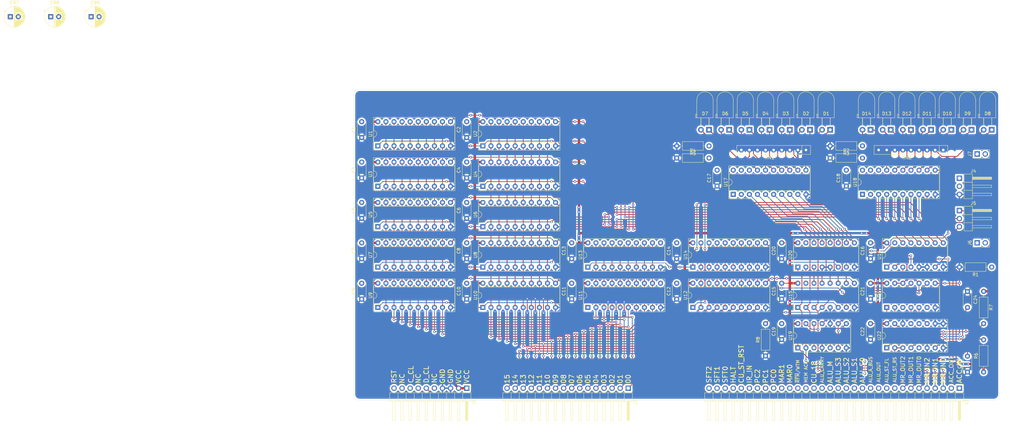
<source format=kicad_pcb>
(kicad_pcb (version 20221018) (generator pcbnew)
  (layers (0 "F.Cu" signal) (31 "B.Cu" signal) (34 "B.Paste" user) (35 "F.Paste" user) (36 "B.SilkS" user "B.Silkscreen") (37 "F.SilkS" user "F.Silkscreen") (38 "B.Mask" user) (39 "F.Mask" user) (44 "Edge.Cuts" user))
  (net 0 "")
  (net 1 "VCC")
  (net 2 "GND")
  (net 4 "Net-(D1-K)")
  (net 11 "Net-(D1-A)")
  (net 12 "Net-(D2-K)")
  (net 13 "Net-(D2-A)")
  (net 14 "Net-(D3-K)")
  (net 15 "Net-(D3-A)")
  (net 16 "Net-(D4-K)")
  (net 41 "Net-(D4-A)")
  (net 42 "Net-(D5-K)")
  (net 43 "Net-(D5-A)")
  (net 44 "Net-(D6-K)")
  (net 45 "Net-(D6-A)")
  (net 46 "Net-(D7-K)")
  (net 47 "Net-(D7-A)")
  (net 48 "Net-(D8-K)")
  (net 49 "/BUS_0")
  (net 50 "/BUS_1")
  (net 51 "/BUS_2")
  (net 52 "/BUS_3")
  (net 53 "/BUS_4")
  (net 54 "/BUS_5")
  (net 55 "/BUS_6")
  (net 56 "/BUS_7")
  (net 57 "Net-(D8-A)")
  (net 58 "/BUS_8")
  (net 59 "/BUS_9")
  (net 60 "/BUS_10")
  (net 61 "/BUS_11")
  (net 62 "/BUS_12")
  (net 63 "/BUS_13")
  (net 64 "/BUS_14")
  (net 65 "/BUS_15")
  (net 66 "Net-(D9-K)")
  (net 67 "Net-(D9-A)")
  (net 68 "Net-(D10-K)")
  (net 69 "Net-(D10-A)")
  (net 70 "Net-(D11-K)")
  (net 71 "Net-(D11-A)")
  (net 72 "Net-(D12-K)")
  (net 73 "Net-(D12-A)")
  (net 74 "Net-(D13-K)")
  (net 75 "Net-(D13-A)")
  (net 76 "Net-(D14-K)")
  (net 77 "Net-(D14-A)")
  (net 78 "/DATA_CLK")
  (net 79 "/MR_IN0")
  (net 80 "/MR_IN1")
  (net 81 "/MR_IN2")
  (net 82 "/MR_OUT0")
  (net 83 "/MR_OUT1")
  (net 84 "/MR_OUT2")
  (net 85 "/LED ~{OE}")
  (net 86 "Net-(U18-A1)")
  (net 87 "Net-(U18-B1)")
  (net 88 "Net-(U17-A1)")
  (net 89 "Net-(U17-B1)")
  (net 92 "/R0_~{OE}")
  (net 93 "/R0_CP")
  (net 94 "/R1_~{OE}")
  (net 95 "/R1_CP")
  (net 96 "/R2_~{OE}")
  (net 97 "/R2_CP")
  (net 98 "/R3_~{OE}")
  (net 99 "/R3_CP")
  (net 100 "/R4_~{OE}")
  (net 101 "/R4_CP")
  (net 102 "/R5_~{OE}")
  (net 103 "/R5_CP")
  (net 104 "/R6_~{OE}")
  (net 105 "/R6_CP")
  (net 106 "Net-(U22B-RCext)")
  (net 107 "/R0_IN")
  (net 108 "/R1_IN")
  (net 109 "/R2_IN")
  (net 110 "/R3_IN")
  (net 111 "/R4_IN")
  (net 112 "/R5_IN")
  (net 113 "/R6_IN")
  (net 114 "Net-(U19-Pad12)")
  (net 115 "Net-(U19-Pad5)")
  (net 116 "Net-(U19-Pad6)")
  (net 117 "Net-(U19-Pad11)")
  (net 123 "Net-(U22A-RCext)")
  (net 124 "/CP_DIRECT")
  (net 125 "/CHOSEN_CP")
  (net 126 "/CP_PULSE")
  (footprint "Package_DIP:DIP-20_W7.62mm_Socket" (layer "F.Cu") (at 91.44 119.38 90)
    (fp_text reference "U10")
    (fp_text value "74HC574")
  )
  (footprint "Capacitor_THT:C_Disc_D5.0mm_W2.5mm_P5.00mm" (layer "F.Cu") (at 243.84 114.38 -90)
    (fp_text reference "C24")
    (fp_text value "0pF")
  )
  (footprint "Package_DIP:DIP-20_W7.62mm_Socket" (layer "F.Cu") (at 124.46 119.38 90)
    (fp_text reference "U11")
    (fp_text value "74HC574")
  )
  (footprint "Capacitor_THT:C_Disc_D5.0mm_W2.5mm_P5.00mm" (layer "F.Cu") (at 53.34 65.96 90)
    (fp_text reference "C1")
    (fp_text value "C")
  )
  (footprint "Resistor_THT:R_Axial_DIN0207_L6.3mm_D2.5mm_P10.16mm_Horizontal" (layer "F.Cu") (at 200.66 72.39)
    (fp_text reference "R2")
    (fp_text value "10K")
  )
  (footprint "sixteen-bit-computer:LED_D5.0mm_Horizontal_O3.81mm_Z3.0mm" (layer "F.Cu") (at 194.31 63.5 180)
    (fp_text reference "D2")
    (fp_text value "LED")
  )
  (footprint "Capacitor_THT:C_Disc_D5.0mm_W2.5mm_P5.00mm" (layer "F.Cu") (at 205.74 81.2 90)
    (fp_text reference "C18")
    (fp_text value "C")
  )
  (footprint "Resistor_THT:R_Axial_DIN0207_L6.3mm_D2.5mm_P10.16mm_Horizontal" (layer "F.Cu") (at 248.92 114.3 -90)
    (fp_text reference "R7")
    (fp_text value "4.7K")
  )
  (footprint "Package_DIP:DIP-20_W7.62mm_Socket" (layer "F.Cu") (at 91.44 81.28 90)
    (fp_text reference "U4")
    (fp_text value "74HC574")
  )
  (footprint "Resistor_THT:R_Axial_DIN0207_L6.3mm_D2.5mm_P10.16mm_Horizontal" (layer "F.Cu") (at 251.46 106.68 180)
    (fp_text reference "R1")
    (fp_text value "10K")
  )
  (footprint "Resistor_THT:R_Axial_DIN0207_L6.3mm_D2.5mm_P10.16mm_Horizontal" (layer "F.Cu") (at 162.56 68.58 180)
    (fp_text reference "R5")
    (fp_text value "10K")
  )
  (footprint "Capacitor_THT:C_Disc_D5.0mm_W2.5mm_P5.00mm" (layer "F.Cu") (at 165.1 81.2 90)
    (fp_text reference "C17")
    (fp_text value "C")
  )
  (footprint "Package_DIP:DIP-20_W7.62mm_Socket" (layer "F.Cu") (at 91.44 68.58 90)
    (fp_text reference "U2")
    (fp_text value "74HC574")
  )
  (footprint "Package_DIP:DIP-16_W7.62mm_Socket" (layer "F.Cu") (at 190.5 106.68 90)
    (fp_text reference "U20")
    (fp_text value "74HC238")
  )
  (footprint "sixteen-bit-computer:LED_D5.0mm_Horizontal_O3.81mm_Z3.0mm" (layer "F.Cu") (at 245.11 63.5 180)
    (fp_text reference "D9")
    (fp_text value "LED")
  )
  (footprint "sixteen-bit-computer:LED_D5.0mm_Horizontal_O3.81mm_Z3.0mm" (layer "F.Cu") (at 238.76 63.5 180)
    (fp_text reference "D10")
    (fp_text value "LED")
  )
  (footprint "Package_DIP:DIP-20_W7.62mm_Socket" (layer "F.Cu") (at 210.82 83.82 90)
    (fp_text reference "U18")
    (fp_text value "74HC245")
  )
  (footprint "sixteen-bit-computer:LED_D5.0mm_Horizontal_O3.81mm_Z3.0mm" (layer "F.Cu") (at 251.46 63.5 180)
    (fp_text reference "D8")
    (fp_text value "LED")
  )
  (footprint "Capacitor_THT:C_Disc_D5.0mm_W2.5mm_P5.00mm" (layer "F.Cu") (at 86.36 65.96 90)
    (fp_text reference "C2")
    (fp_text value "C")
  )
  (footprint "Capacitor_THT:C_Disc_D5.0mm_W2.5mm_P5.00mm" (layer "F.Cu") (at 53.34 104.06 90)
    (fp_text reference "C7")
    (fp_text value "C")
  )
  (footprint "Capacitor_THT:CP_Radial_D6.3mm_P2.50mm" (layer "F.Cu") (at -57.15 27.94)
    (fp_text reference "C97")
    (fp_text value "C_Polarized")
  )
  (footprint "sixteen-bit-computer:LED_D5.0mm_Horizontal_O3.81mm_Z3.0mm" (layer "F.Cu") (at 187.96 63.5 180)
    (fp_text reference "D3")
    (fp_text value "LED")
  )
  (footprint "Capacitor_THT:C_Disc_D5.0mm_W2.5mm_P5.00mm" (layer "F.Cu") (at 185.42 104.06 90)
    (fp_text reference "C20")
    (fp_text value "C")
  )
  (footprint "Resistor_THT:R_Axial_DIN0207_L6.3mm_D2.5mm_P10.16mm_Horizontal" (layer "F.Cu") (at 248.92 139.7 90)
    (fp_text reference "R6")
    (fp_text value "10K")
  )
  (footprint "Connector_PinHeader_2.54mm:PinHeader_1x03_P2.54mm_Horizontal" (layer "F.Cu") (at 241.3 78.74)
    (fp_text reference "J4")
    (fp_text value "LED EN")
  )
  (footprint "sixteen-bit-computer:LED_D5.0mm_Horizontal_O3.81mm_Z3.0mm" (layer "F.Cu") (at 213.36 63.5 180)
    (fp_text reference "D14")
    (fp_text value "LED")
  )
  (footprint "Package_DIP:DIP-20_W7.62mm_Socket" (layer "F.Cu") (at 58.42 119.38 90)
    (fp_text reference "U9")
    (fp_text value "74HC574")
  )
  (footprint "Capacitor_THT:C_Disc_D5.0mm_W2.5mm_P5.00mm" (layer "F.Cu") (at 243.84 139.7 90)
    (fp_text reference "C23")
    (fp_text value "C")
  )
  (footprint "Capacitor_THT:C_Disc_D5.0mm_W2.5mm_P5.00mm" (layer "F.Cu") (at 213.36 116.76 90)
    (fp_text reference "C21")
    (fp_text value "C")
  )
  (footprint "Package_DIP:DIP-20_W7.62mm_Socket" (layer "F.Cu") (at 91.44 106.68 90)
    (fp_text reference "U8")
    (fp_text value "74HC574")
  )
  (footprint "Connector_PinHeader_2.54mm:PinHeader_1x02_P2.54mm_Vertical" (layer "F.Cu") (at 246.888 99.06 90)
    (fp_text reference "J6")
    (fp_text value "CP_DIRECT")
  )
  (footprint "Capacitor_THT:CP_Radial_D6.3mm_P2.50mm" (layer "F.Cu") (at -44.45 27.94)
    (fp_text reference "C98")
    (fp_text value "C_Polarized")
  )
  (footprint "sixteen-bit-computer:LED_D5.0mm_Horizontal_O3.81mm_Z3.0mm" (layer "F.Cu") (at 200.66 63.5 180)
    (fp_text reference "D1")
    (fp_text value "LED")
  )
  (footprint "Package_DIP:DIP-16_W7.62mm_Socket" (layer "F.Cu") (at 218.44 106.68 90)
    (fp_text reference "U16")
    (fp_text value "74HC138")
  )
  (footprint "Package_DIP:DIP-14_W7.62mm_Socket" (layer "F.Cu") (at 218.44 119.38 90)
    (fp_text reference "U21")
    (fp_text value "74HC00")
  )
  (footprint "Capacitor_THT:C_Disc_D5.0mm_W2.5mm_P5.00mm" (layer "F.Cu") (at 86.36 78.66 90)
    (fp_text reference "C4")
    (fp_text value "C")
  )
  (footprint "Package_DIP:DIP-20_W7.62mm_Socket" (layer "F.Cu") (at 58.42 81.28 90)
    (fp_text reference "U3")
    (fp_text value "74HC574")
  )
  (footprint "sixteen-bit-computer:LED_D5.0mm_Horizontal_O3.81mm_Z3.0mm" (layer "F.Cu") (at 219.71 63.5 180)
    (fp_text reference "D13")
    (fp_text value "LED")
  )
  (footprint "Capacitor_THT:CP_Radial_D6.3mm_P2.50mm" (layer "F.Cu") (at -31.75 27.94)
    (fp_text reference "C99")
    (fp_text value "C_Polarized")
  )
  (footprint "Capacitor_THT:C_Disc_D5.0mm_W2.5mm_P5.00mm" (layer "F.Cu") (at 152.4 104.06 90)
    (fp_text reference "C14")
    (fp_text value "C")
  )
  (footprint "Capacitor_THT:C_Disc_D5.0mm_W2.5mm_P5.00mm" (layer "F.Cu") (at 53.34 78.66 90)
    (fp_text reference "C3")
    (fp_text value "C")
  )
  (footprint "Capacitor_THT:C_Disc_D5.0mm_W2.5mm_P5.00mm" (layer "F.Cu") (at 213.36 104.06 90)
    (fp_text reference "C16")
    (fp_text value "C")
  )
  (footprint "Package_DIP:DIP-20_W7.62mm_Socket" (layer "F.Cu") (at 58.42 93.98 90)
    (fp_text reference "U5")
    (fp_text value "74HC574")
  )
  (footprint "Capacitor_THT:C_Disc_D5.0mm_W2.5mm_P5.00mm" (layer "F.Cu") (at 119.38 104.06 90)
    (fp_text reference "C13")
    (fp_text value "C")
  )
  (footprint "Resistor_THT:R_Array_SIP9" (layer "F.Cu") (at 193.04 69.85 180)
    (fp_text reference "RN1")
    (fp_text value "R_Network08_US")
  )
  (footprint "Capacitor_THT:C_Disc_D5.0mm_W2.5mm_P5.00mm" (layer "F.Cu") (at 185.42 116.76 90)
    (fp_text reference "C15")
    (fp_text value "C")
  )
  (footprint "Resistor_THT:R_Axial_DIN0207_L6.3mm_D2.5mm_P10.16mm_Horizontal" (layer "F.Cu") (at 152.4 72.39)
    (fp_text reference "R4")
    (fp_text value "10K")
  )
  (footprint "Capacitor_THT:C_Disc_D5.0mm_W2.5mm_P5.00mm" (layer "F.Cu") (at 86.36 116.76 90)
    (fp_text reference "C10")
    (fp_text value "C")
  )
  (footprint "Capacitor_THT:C_Disc_D5.0mm_W2.5mm_P5.00mm" (layer "F.Cu") (at 53.34 91.36 90)
    (fp_text reference "C5")
    (fp_text value "C")
  )
  (footprint "Package_DIP:DIP-16_W7.62mm_Socket" (layer "F.Cu") (at 218.44 132.08 90)
    (fp_text reference "U22")
    (fp_text value "74HC123")
  )
  (footprint "sixteen-bit-computer:aux-connection" (layer "F.Cu") (at 86.36 144.78 -90)
    (fp_text reference "J1")
    (fp_text value "Aux_connection")
  )
  (footprint "sixteen-bit-computer:LED_D5.0mm_Horizontal_O3.81mm_Z3.0mm" (layer "F.Cu") (at 226.06 63.5 180)
    (fp_text reference "D12")
    (fp_text value "LED")
  )
  (footprint "sixteen-bit-computer:LED_D5.0mm_Horizontal_O3.81mm_Z3.0mm" (layer "F.Cu") (at 232.41 63.5 180)
    (fp_text reference "D11")
    (fp_text value "LED")
  )
  (footprint "Capacitor_THT:C_Disc_D5.0mm_W2.5mm_P5.00mm" (layer "F.Cu") (at 53.34 116.76 90)
    (fp_text reference "C9")
    (fp_text value "C")
  )
  (footprint "Capacitor_THT:C_Disc_D5.0mm_W2.5mm_P5.00mm" (layer "F.Cu") (at 86.36 91.36 90)
    (fp_text reference "C6")
    (fp_text value "C")
  )
  (footprint "Capacitor_THT:C_Disc_D5.0mm_W2.5mm_P5.00mm" (layer "F.Cu") (at 152.4 116.76 90)
    (fp_text reference "C12")
    (fp_text value "C")
  )
  (footprint "sixteen-bit-computer:bus-connection" (layer "F.Cu") (at 137.16 144.78 -90)
    (fp_text reference "J2")
    (fp_text value "Bus_connection")
  )
  (footprint "Package_DIP:DIP-16_W7.62mm_Socket" (layer "F.Cu") (at 190.49 119.38 90)
    (fp_text reference "U15")
    (fp_text value "74HC238")
  )
  (footprint "Package_DIP:DIP-14_W7.62mm_Socket" (layer "F.Cu") (at 190.5 132.08 90)
    (fp_text reference "U19")
    (fp_text value "74HC27")
  )
  (footprint "Package_DIP:DIP-20_W7.62mm_Socket" (layer "F.Cu") (at 124.46 106.68 90)
    (fp_text reference "U13")
    (fp_text value "74HC574")
  )
  (footprint "Package_DIP:DIP-20_W7.62mm_Socket" (layer "F.Cu") (at 157.48 106.68 90)
    (fp_text reference "U14")
    (fp_text value "74HC574")
  )
  (footprint "Connector_PinHeader_2.54mm:PinHeader_1x03_P2.54mm_Horizontal" (layer "F.Cu") (at 241.3 88.9)
    (fp_text reference "J5")
    (fp_text value "CLOCK SEL")
  )
  (footprint "Capacitor_THT:C_Disc_D5.0mm_W2.5mm_P5.00mm" (layer "F.Cu") (at 119.38 116.76 90)
    (fp_text reference "C11")
    (fp_text value "C")
  )
  (footprint "sixteen-bit-computer:LED_D5.0mm_Horizontal_O3.81mm_Z3.0mm" (layer "F.Cu") (at 175.26 63.5 180)
    (fp_text reference "D5")
    (fp_text value "LED")
  )
  (footprint "Capacitor_THT:C_Disc_D5.0mm_W2.5mm_P5.00mm" (layer "F.Cu") (at 213.36 129.46 90)
    (fp_text reference "C22")
    (fp_text value "C")
  )
  (footprint "Connector_PinHeader_2.54mm:PinHeader_1x02_P2.54mm_Vertical" (layer "F.Cu") (at 246.888 71.12 90)
    (fp_text reference "J7")
    (fp_text value "CP_PULSE")
  )
  (footprint "sixteen-bit-computer:backplane-connector-single-row-annotated" (layer "F.Cu") (at 241.3 144.78 -90)
    (fp_text reference "J3")
    (fp_text value "Control_signal_backplane")
  )
  (footprint "Resistor_THT:R_Axial_DIN0207_L6.3mm_D2.5mm_P10.16mm_Horizontal" (layer "F.Cu") (at 210.82 68.58 180)
    (fp_text reference "R3")
    (fp_text value "10K")
  )
  (footprint "sixteen-bit-computer:LED_D5.0mm_Horizontal_O3.81mm_Z3.0mm" (layer "F.Cu") (at 168.91 63.5 180)
    (fp_text reference "D6")
    (fp_text value "LED")
  )
  (footprint "Capacitor_THT:C_Disc_D5.0mm_W2.5mm_P5.00mm" (layer "F.Cu") (at 185.42 129.46 90)
    (fp_text reference "C19")
    (fp_text value "C")
  )
  (footprint "sixteen-bit-computer:LED_D5.0mm_Horizontal_O3.81mm_Z3.0mm" (layer "F.Cu") (at 181.61 63.5 180)
    (fp_text reference "D4")
    (fp_text value "LED")
  )
  (footprint "Package_DIP:DIP-20_W7.62mm_Socket" (layer "F.Cu") (at 91.44 93.98 90)
    (fp_text reference "U6")
    (fp_text value "74HC574")
  )
  (footprint "Resistor_THT:R_Axial_DIN0207_L6.3mm_D2.5mm_P10.16mm_Horizontal" (layer "F.Cu") (at 180.34 134.62 90)
    (fp_text reference "R8")
    (fp_text value "10K")
  )
  (footprint "Package_DIP:DIP-20_W7.62mm_Socket" (layer "F.Cu") (at 170.18 83.82 90)
    (fp_text reference "U17")
    (fp_text value "74HC245")
  )
  (footprint "Package_DIP:DIP-20_W7.62mm_Socket" (layer "F.Cu") (at 157.48 119.38 90)
    (fp_text reference "U12")
    (fp_text value "74HC574")
  )
  (footprint "Capacitor_THT:C_Disc_D5.0mm_W2.5mm_P5.00mm" (layer "F.Cu") (at 86.36 104.06 90)
    (fp_text reference "C8")
    (fp_text value "C")
  )
  (footprint "sixteen-bit-computer:LED_D5.0mm_Horizontal_O3.81mm_Z3.0mm" (layer "F.Cu") (at 162.56 63.5 180)
    (fp_text reference "D7")
    (fp_text value "LED")
  )
  (footprint "Package_DIP:DIP-20_W7.62mm_Socket" (layer "F.Cu") (at 58.42 106.68 90)
    (fp_text reference "U7")
    (fp_text value "74HC574")
  )
  (footprint "Package_DIP:DIP-20_W7.62mm_Socket" (layer "F.Cu") (at 58.42 68.58 90)
    (fp_text reference "U1")
    (fp_text value "74HC574")
  )
  (footprint "Resistor_THT:R_Array_SIP9" (layer "F.Cu") (at 236.22 69.85 180)
    (fp_text reference "RN2")
    (fp_text value "R_Network08_US")
  )
  (gr_line (start 52.705 148.59) (end 252.095 148.59) (stroke (width 0.05)) (layer "Edge.Cuts"))
  (gr_arc (start 52.705 148.59) (mid 51.357962 148.032038) (end 50.8 146.685) (stroke (width 0.05)) (layer "Edge.Cuts"))
  (gr_line (start 50.8 52.705) (end 50.8 146.685) (stroke (width 0.05)) (layer "Edge.Cuts"))
  (gr_arc (start 254 146.685) (mid 253.442038 148.032038) (end 252.095 148.59) (stroke (width 0.05)) (layer "Edge.Cuts"))
  (gr_arc (start 50.8 52.705) (mid 51.357962 51.357962) (end 52.705 50.8) (stroke (width 0.05)) (layer "Edge.Cuts"))
  (gr_line (start 252.095 50.8) (end 52.705 50.8) (stroke (width 0.05)) (layer "Edge.Cuts"))
  (gr_arc (start 252.095 50.8) (mid 253.442038 51.357962) (end 254 52.705) (stroke (width 0.05)) (layer "Edge.Cuts"))
  (gr_line (start 254 146.685) (end 254 52.705) (stroke (width 0.05)) (layer "Edge.Cuts"))
  (segment (start 222.504 103.124) (end 218.44 99.06) (width 0.254) (layer "F.Cu") (net 1))
  (segment (start 248.84 139.7) (end 248.92 139.7) (width 0.254) (layer "F.Cu") (net 1))
  (segment (start 213.36 99.06) (end 215.646 99.06) (width 0.254) (layer "F.Cu") (net 1))
  (segment (start 88.9 111.76) (end 91.44 111.76) (width 0.762) (layer "F.Cu") (net 1))
  (segment (start 58.42 111.76) (end 55.88 111.76) (width 0.762) (layer "F.Cu") (net 1))
  (segment (start 226.06 119.38) (end 226.06 121.412) (width 0.254) (layer "F.Cu") (net 1))
  (segment (start 88.9 86.36) (end 88.9 99.06) (width 0.762) (layer "F.Cu") (net 1))
  (segment (start 220.98 119.38) (end 220.98 121.412) (width 0.254) (layer "F.Cu") (net 1))
  (segment (start 251.206 115.062) (end 251.206 136.144) (width 0.762) (layer "F.Cu") (net 1))
  (segment (start 121.666 96.012) (end 154.94 96.012) (width 0.762) (layer "F.Cu") (net 1))
  (segment (start 88.9 99.06) (end 88.9 111.76) (width 0.762) (layer "F.Cu") (net 1))
  (segment (start 215.646 110.998) (end 215.646 111.76) (width 0.762) (layer "F.Cu") (net 1))
  (segment (start 55.88 111.76) (end 55.88 139.192) (width 0.762) (layer "F.Cu") (net 1))
  (segment (start 121.666 96.774) (end 121.666 98.298) (width 0.762) (layer "F.Cu") (net 1))
  (segment (start 91.44 73.66) (end 88.9 73.66) (width 0.762) (layer "F.Cu") (net 1))
  (segment (start 250.444 114.3) (end 251.206 115.062) (width 0.762) (layer "F.Cu") (net 1))
  (segment (start 154.94 111.76) (end 157.48 111.76) (width 0.762) (layer "F.Cu") (net 1))
  (segment (start 248.92 137.16) (end 248.92 139.7) (width 0.762) (layer "F.Cu") (net 1))
  (segment (start 218.44 121.412) (end 220.98 121.412) (width 0.254) (layer "F.Cu") (net 1))
  (segment (start 154.94 96.012) (end 187.96 96.012) (width 0.762) (layer "F.Cu") (net 1))
  (segment (start 251.206 136.144) (end 250.19 137.16) (width 0.762) (layer "F.Cu") (net 1))
  (segment (start 188.976 96.012) (end 190.5 96.012) (width 0.762) (layer "F.Cu") (net 1))
  (segment (start 223.52 132.08) (end 220.98 132.08) (width 0.254) (layer "F.Cu") (net 1))
  (segment (start 58.42 86.36) (end 55.88 86.36) (width 0.762) (layer "F.Cu") (net 1))
  (segment (start 121.666 87.884) (end 121.666 57.658) (width 0.762) (layer "F.Cu") (net 1))
  (segment (start 121.666 99.06) (end 121.666 111.76) (width 0.762) (layer "F.Cu") (net 1))
  (segment (start 187.96 124.46) (end 190.5 124.46) (width 0.762) (layer "F.Cu") (net 1))
  (segment (start 215.646 119.38) (end 215.646 121.412) (width 0.762) (layer "F.Cu") (net 1))
  (segment (start 187.96 96.012) (end 187.96 99.06) (width 0.762) (layer "F.Cu") (net 1))
  (segment (start 154.94 99.06) (end 154.94 111.76) (width 0.762) (layer "F.Cu") (net 1))
  (segment (start 215.646 111.76) (end 215.646 112.268) (width 0.762) (layer "F.Cu") (net 1))
  (segment (start 58.42 99.06) (end 55.88 99.06) (width 0.762) (layer "F.Cu") (net 1))
  (segment (start 121.666 98.298) (end 121.666 99.06) (width 0.762) (layer "F.Cu") (net 1))
  (segment (start 187.96 111.76) (end 187.96 117.856) (width 0.762) (layer "F.Cu") (net 1))
  (segment (start 157.48 99.06) (end 154.94 99.06) (width 0.762) (layer "F.Cu") (net 1))
  (segment (start 124.46 99.06) (end 121.666 99.06) (width 0.762) (layer "F.Cu") (net 1))
  (segment (start 58.42 60.96) (end 55.88 60.96) (width 0.762) (layer "F.Cu") (net 1))
  (segment (start 215.646 111.76) (end 218.44 111.76) (width 0.762) (layer "F.Cu") (net 1))
  (segment (start 215.646 124.46) (end 218.44 124.46) (width 0.762) (layer "F.Cu") (net 1))
  (segment (start 55.88 63.5) (end 55.88 57.658) (width 0.762) (layer "F.Cu") (net 1))
  (segment (start 121.666 96.012) (end 121.666 96.774) (width 0.762) (layer "F.Cu") (net 1))
  (segment (start 215.646 115.824) (end 215.646 117.094) (width 0.762) (layer "F.Cu") (net 1))
  (segment (start 57.404 140.716) (end 79.756 140.716) (width 0.762) (layer "F.Cu") (net 1))
  (segment (start 246.38 137.16) (end 248.92 137.16) (width 0.762) (layer "F.Cu") (net 1))
  (segment (start 88.9 60.96) (end 88.9 73.66) (width 0.762) (layer "F.Cu") (net 1))
  (segment (start 79.756 140.716) (end 83.82 144.78) (width 0.762) (layer "F.Cu") (net 1))
  (segment (start 185.42 111.76) (end 187.96 111.76) (width 0.254) (layer "F.Cu") (net 1))
  (segment (start 58.42 73.66) (end 55.88 73.66) (width 0.762) (layer "F.Cu") (net 1))
  (segment (start 235.458 135.636) (end 236.982 135.636) (width 0.762) (layer "F.Cu") (net 1))
  (segment (start 55.88 86.36) (end 55.88 99.06) (width 0.762) (layer "F.Cu") (net 1))
  (segment (start 218.44 121.412) (end 215.646 121.412) (width 0.254) (layer "F.Cu") (net 1))
  (segment (start 91.44 99.06) (end 88.9 99.06) (width 0.762) (layer "F.Cu") (net 1))
  (segment (start 242.57 137.16) (end 246.38 137.16) (width 0.762) (layer "F.Cu") (net 1))
  (segment (start 218.44 119.38) (end 218.44 121.412) (width 0.254) (layer "F.Cu") (net 1))
  (segment (start 187.96 96.012) (end 188.976 96.012) (width 0.762) (layer "F.Cu") (net 1))
  (segment (start 187.96 117.856) (end 187.96 124.46) (width 0.762) (layer "F.Cu") (net 1))
  (segment (start 55.88 63.5) (end 55.88 73.66) (width 0.762) (layer "F.Cu") (net 1))
  (segment (start 226.06 103.124) (end 222.504 103.124) (width 0.254) (layer "F.Cu") (net 1))
  (segment (start 187.96 99.06) (end 187.96 105.156) (width 0.762) (layer "F.Cu") (net 1))
  (segment (start 213.36 124.46) (end 215.646 124.46) (width 0.254) (layer "F.Cu") (net 1))
  (segment (start 215.646 117.094) (end 215.646 119.38) (width 0.762) (layer "F.Cu") (net 1))
  (segment (start 190.49 111.76) (end 187.96 111.76) (width 0.762) (layer "F.Cu") (net 1))
  (segment (start 215.646 123.444) (end 215.646 124.46) (width 0.762) (layer "F.Cu") (net 1))
  (segment (start 250.19 137.16) (end 246.38 137.16) (width 0.762) (layer "F.Cu") (net 1))
  (segment (start 248.92 114.3) (end 250.444 114.3) (width 0.762) (layer "F.Cu") (net 1))
  (segment (start 220.98 135.636) (end 235.458 135.636) (width 0.762) (layer "F.Cu") (net 1))
  (segment (start 187.96 105.156) (end 187.96 111.76) (width 0.762) (layer "F.Cu") (net 1))
  (segment (start 190.5 99.06) (end 187.96 99.06) (width 0.762) (layer "F.Cu") (net 1))
  (segment (start 215.646 99.06) (end 215.646 110.998) (width 0.762) (layer "F.Cu") (net 1))
  (segment (start 226.06 121.412) (end 228.6 121.412) (width 0.254) (layer "F.Cu") (net 1))
  (segment (start 228.6 121.412) (end 228.6 119.38) (width 0.254) (layer "F.Cu") (net 1))
  (segment (start 121.666 57.658) (end 88.9 57.658) (width 0.762) (layer "F.Cu") (net 1))
  (segment (start 212.09 96.012) (end 215.646 96.012) (width 0.762) (layer "F.Cu") (net 1))
  (segment (start 215.646 121.412) (end 215.646 123.444) (width 0.762) (layer "F.Cu") (net 1))
  (segment (start 88.9 57.658) (end 88.9 60.96) (width 0.762) (layer "F.Cu") (net 1))
  (segment (start 218.44 99.06) (end 215.646 99.06) (width 0.762) (layer "F.Cu") (net 1))
  (segment (start 217.932 135.636) (end 220.98 135.636) (width 0.762) (layer "F.Cu") (net 1))
  (segment (start 55.88 57.658) (end 88.9 57.658) (width 0.762) (layer "F.Cu") (net 1))
  (segment (start 220.98 132.08) (end 220.98 135.636) (width 0.254) (layer "F.Cu") (net 1))
  (segment (start 121.666 111.76) (end 124.46 111.76) (width 0.762) (layer "F.Cu") (net 1))
  (segment (start 215.646 96.012) (end 215.646 99.06) (width 0.762) (layer "F.Cu") (net 1))
  (segment (start 215.646 123.444) (end 215.646 133.35) (width 0.762) (layer "F.Cu") (net 1))
  (segment (start 154.94 96.012) (end 154.94 99.06) (width 0.762) (layer "F.Cu") (net 1))
  (segment (start 88.9 73.66) (end 88.9 86.36) (width 0.762) (layer "F.Cu") (net 1))
  (segment (start 55.88 99.06) (end 55.88 111.76) (width 0.762) (layer "F.Cu") (net 1))
  (segment (start 210.566 96.012) (end 212.09 96.012) (width 0.762) (layer "F.Cu") (net 1))
  (segment (start 220.218 122.682) (end 218.44 124.46) (width 0.254) (layer "F.Cu") (net 1))
  (segment (start 231.14 124.46) (end 229.362 122.682) (width 0.254) (layer "F.Cu") (net 1))
  (segment (start 185.42 99.06) (end 187.96 99.06) (width 0.254) (layer "F.Cu") (net 1))
  (segment (start 121.666 87.884) (end 121.666 89.408) (width 0.762) (layer "F.Cu") (net 1))
  (segment (start 55.88 139.192) (end 57.404 140.716) (width 0.762) (layer "F.Cu") (net 1))
  (segment (start 215.646 133.35) (end 217.932 135.636) (width 0.762) (layer "F.Cu") (net 1))
  (segment (start 220.98 121.412) (end 226.06 121.412) (width 0.254) (layer "F.Cu") (net 1))
  (segment (start 91.44 60.96) (end 88.9 60.96) (width 0.762) (layer "F.Cu") (net 1))
  (segment (start 55.88 73.66) (end 55.88 86.36) (width 0.762) (layer "F.Cu") (net 1))
  (segment (start 55.88 60.96) (end 55.88 63.5) (width 0.762) (layer "F.Cu") (net 1))
  (segment (start 86.36 144.78) (end 83.82 144.78) (width 0.762) (layer "F.Cu") (net 1))
  (segment (start 215.646 111.76) (end 213.36 111.76) (width 0.762) (layer "F.Cu") (net 1))
  (segment (start 91.44 86.36) (end 88.9 86.36) (width 0.762) (layer "F.Cu") (net 1))
  (segment (start 229.362 122.682) (end 220.218 122.682) (width 0.254) (layer "F.Cu") (net 1))
  (via (at 236.982 135.636) (size 0.762) (drill 0.381) (layers "F.Cu" "B.Cu") (net 1))
  (via (at 244.094 137.16) (size 0.762) (drill 0.381) (layers "F.Cu" "B.Cu") (net 1))
  (via (at 212.09 96.012) (size 0.762) (drill 0.381) (layers "F.Cu" "B.Cu") (net 1))
  (via (at 190.5 96.012) (size 0.762) (drill 0.381) (layers "F.Cu" "B.Cu") (net 1))
  (via (at 121.666 96.774) (size 0.762) (drill 0.381) (layers "F.Cu" "B.Cu") (net 1))
  (via (at 121.666 87.884) (size 0.762) (drill 0.381) (layers "F.Cu" "B.Cu") (net 1))
  (via (at 215.646 117.094) (size 0.762) (drill 0.381) (layers "F.Cu" "B.Cu") (net 1))
  (via (at 188.976 96.012) (size 0.762) (drill 0.381) (layers "F.Cu" "B.Cu") (net 1))
  (via (at 215.646 112.268) (size 0.762) (drill 0.381) (layers "F.Cu" "B.Cu") (net 1))
  (via (at 187.96 117.856) (size 0.762) (drill 0.381) (layers "F.Cu" "B.Cu") (net 1))
  (via (at 187.96 105.156) (size 0.762) (drill 0.381) (layers "F.Cu" "B.Cu") (net 1))
  (via (at 215.646 115.824) (size 0.762) (drill 0.381) (layers "F.Cu" "B.Cu") (net 1))
  (via (at 210.566 96.012) (size 0.762) (drill 0.381) (layers "F.Cu" "B.Cu") (net 1))
  (via (at 215.646 110.998) (size 0.762) (drill 0.381) (layers "F.Cu" "B.Cu") (net 1))
  (via (at 226.06 103.124) (size 0.762) (drill 0.381) (layers "F.Cu" "B.Cu") (net 1))
  (via (at 121.666 98.298) (size 0.762) (drill 0.381) (layers "F.Cu" "B.Cu") (net 1))
  (via (at 121.666 89.408) (size 0.762) (drill 0.381) (layers "F.Cu" "B.Cu") (net 1))
  (via (at 235.458 135.636) (size 0.762) (drill 0.381) (layers "F.Cu" "B.Cu") (net 1))
  (via (at 242.57 137.16) (size 0.762) (drill 0.381) (layers "F.Cu" "B.Cu") (net 1))
  (segment (start 201.676 105.156) (end 187.96 105.156) (width 0.254) (layer "B.Cu") (net 1))
  (segment (start 203.2 106.68) (end 201.676 105.156) (width 0.254) (layer "B.Cu") (net 1))
  (segment (start 242.062 137.16) (end 242.57 137.16) (width 0.762) (layer "B.Cu") (net 1))
  (segment (start 242.57 137.16) (end 244.094 137.16) (width 0.762) (layer "B.Cu") (net 1))
  (segment (start 201.666 117.856) (end 203.19 119.38) (width 0.254) (layer "B.Cu") (net 1))
  (segment (start 240.538 135.636) (end 242.062 137.16) (width 0.762) (layer "B.Cu") (net 1))
  (segment (start 235.458 135.636) (end 240.538 135.636) (width 0.762) (layer "B.Cu") (net 1))
  (segment (start 187.96 117.856) (end 201.666 117.856) (width 0.254) (layer "B.Cu") (net 1))
  (segment (start 188.976 96.012) (end 212.09 96.012) (width 0.762) (layer "B.Cu") (net 1))
  (segment (start 121.666 87.884) (end 121.666 98.298) (width 0.762) (layer "B.Cu") (net 1))
  (segment (start 215.646 110.998) (end 215.646 117.094) (width 0.762) (layer "B.Cu") (net 1))
  (segment (start 226.06 106.68) (end 226.06 103.124) (width 0.254) (layer "B.Cu") (net 1))
  (segment (start 107.95 116.586) (end 107.95 121.158) (width 0.254) (layer "F.Cu") (net 2))
  (segment (start 133.35 117.602) (end 133.35 121.412) (width 0.254) (layer "F.Cu") (net 2))
  (segment (start 130.81 117.602) (end 130.81 121.412) (width 0.254) (layer "F.Cu") (net 2))
  (segment (start 110.49 116.586) (end 110.49 121.158) (width 0.254) (layer "F.Cu") (net 2))
  (segment (start 135.89 117.602) (end 135.89 121.412) (width 0.254) (layer "F.Cu") (net 2))
  (segment (start 105.41 116.586) (end 105.41 121.158) (width 0.254) (layer "F.Cu") (net 2))
  (via (at 110.49 121.158) (size 0.762) (drill 0.381) (layers "F.Cu" "B.Cu") (net 2))
  (via (at 135.89 121.412) (size 0.762) (drill 0.381) (layers "F.Cu" "B.Cu") (net 2))
  (via (at 133.35 121.412) (size 0.762) (drill 0.381) (layers "F.Cu" "B.Cu") (net 2))
  (via (at 105.41 116.586) (size 0.762) (drill 0.381) (layers "F.Cu" "B.Cu") (net 2))
  (via (at 130.81 117.602) (size 0.762) (drill 0.381) (layers "F.Cu" "B.Cu") (net 2))
  (via (at 133.35 117.602) (size 0.762) (drill 0.381) (layers "F.Cu" "B.Cu") (net 2))
  (via (at 135.89 117.602) (size 0.762) (drill 0.381) (layers "F.Cu" "B.Cu") (net 2))
  (via (at 107.95 121.158) (size 0.762) (drill 0.381) (layers "F.Cu" "B.Cu") (net 2))
  (via (at 105.41 121.158) (size 0.762) (drill 0.381) (layers "F.Cu" "B.Cu") (net 2))
  (via (at 130.81 121.412) (size 0.762) (drill 0.381) (layers "F.Cu" "B.Cu") (net 2))
  (via (at 107.95 116.586) (size 0.762) (drill 0.381) (layers "F.Cu" "B.Cu") (net 2))
  (via (at 110.49 116.586) (size 0.762) (drill 0.381) (layers "F.Cu" "B.Cu") (net 2))
  (segment (start 192.024 68.326) (end 195.834 68.326) (width 0.254) (layer "F.Cu") (net 4))
  (segment (start 190.5 69.85) (end 192.024 68.326) (width 0.254) (layer "F.Cu") (net 4))
  (segment (start 195.834 68.326) (end 200.66 63.5) (width 0.254) (layer "F.Cu") (net 4))
  (segment (start 194.056 67.564) (end 190.5 67.564) (width 0.254) (layer "F.Cu") (net 11))
  (segment (start 189.23 68.834) (end 189.23 71.374) (width 0.254) (layer "F.Cu") (net 11))
  (segment (start 190.5 67.564) (end 189.23 68.834) (width 0.254) (layer "F.Cu") (net 11))
  (segment (start 189.23 71.374) (end 193.04 75.184) (width 0.254) (layer "F.Cu") (net 11))
  (segment (start 198.12 63.5) (end 194.056 67.564) (width 0.254) (layer "F.Cu") (net 11))
  (segment (start 193.04 75.184) (end 193.04 76.2) (width 0.254) (layer "F.Cu") (net 11))
  (segment (start 187.96 68.834) (end 187.96 69.85) (width 0.254) (layer "F.Cu") (net 12))
  (segment (start 194.31 65.278) (end 193.802 65.786) (width 0.254) (layer "F.Cu") (net 12))
  (segment (start 191.008 65.786) (end 187.96 68.834) (width 0.254) (layer "F.Cu") (net 12))
  (segment (start 193.802 65.786) (end 191.008 65.786) (width 0.254) (layer "F.Cu") (net 12))
  (segment (start 194.31 63.5) (end 194.31 65.278) (width 0.254) (layer "F.Cu") (net 12))
  (segment (start 191.77 63.5) (end 186.69 68.58) (width 0.254) (layer "F.Cu") (net 13))
  (segment (start 186.69 72.39) (end 190.5 76.2) (width 0.254) (layer "F.Cu") (net 13))
  (segment (start 186.69 68.58) (end 186.69 72.39) (width 0.254) (layer "F.Cu") (net 13))
  (segment (start 187.96 65.024) (end 185.42 67.564) (width 0.254) (layer "F.Cu") (net 14))
  (segment (start 187.96 63.5) (end 187.96 65.024) (width 0.254) (layer "F.Cu") (net 14))
  (segment (start 185.42 67.564) (end 185.42 69.85) (width 0.254) (layer "F.Cu") (net 14))
  (segment (start 185.42 65.024) (end 184.15 66.294) (width 0.254) (layer "F.Cu") (net 15))
  (segment (start 185.42 63.5) (end 185.42 65.024) (width 0.254) (layer "F.Cu") (net 15))
  (segment (start 184.15 66.294) (end 184.15 72.39) (width 0.254) (layer "F.Cu") (net 15))
  (segment (start 184.15 72.39) (end 187.96 76.2) (width 0.254) (layer "F.Cu") (net 15))
  (segment (start 181.61 63.5) (end 181.61 65.278) (width 0.254) (layer "F.Cu") (net 16))
  (segment (start 182.88 66.548) (end 182.88 69.85) (width 0.254) (layer "F.Cu") (net 16))
  (segment (start 181.61 65.278) (end 182.88 66.548) (width 0.254) (layer "F.Cu") (net 16))
  (segment (start 179.07 65.786) (end 181.61 68.326) (width 0.254) (layer "F.Cu") (net 41))
  (segment (start 181.61 68.326) (end 181.61 72.39) (width 0.254) (layer "F.Cu") (net 41))
  (segment (start 181.61 72.39) (end 185.42 76.2) (width 0.254) (layer "F.Cu") (net 41))
  (segment (start 179.07 63.5) (end 179.07 65.786) (width 0.254) (layer "F.Cu") (net 41))
  (segment (start 180.34 68.58) (end 180.34 69.85) (width 0.254) (layer "F.Cu") (net 42))
  (segment (start 175.26 63.5) (end 180.34 68.58) (width 0.254) (layer "F.Cu") (net 42))
  (segment (start 179.07 72.39) (end 182.88 76.2) (width 0.254) (layer "F.Cu") (net 43))
  (segment (start 172.72 65.278) (end 173.228 65.786) (width 0.254) (layer "F.Cu") (net 43))
  (segment (start 179.07 69.088) (end 179.07 72.39) (width 0.254) (layer "F.Cu") (net 43))
  (segment (start 172.72 63.5) (end 172.72 65.278) (width 0.254) (layer "F.Cu") (net 43))
  (segment (start 175.768 65.786) (end 179.07 69.088) (width 0.254) (layer "F.Cu") (net 43))
  (segment (start 173.228 65.786) (end 175.768 65.786) (width 0.254) (layer "F.Cu") (net 43))
  (segment (start 177.8 69.088) (end 177.8 69.85) (width 0.254) (layer "F.Cu") (net 44))
  (segment (start 172.212 66.802) (end 175.514 66.802) (width 0.254) (layer "F.Cu") (net 44))
  (segment (start 168.91 63.5) (end 172.212 66.802) (width 0.254) (layer "F.Cu") (net 44))
  (segment (start 175.514 66.802) (end 177.8 69.088) (width 0.254) (layer "F.Cu") (net 44))
  (segment (start 169.672 67.818) (end 166.37 64.516) (width 0.254) (layer "F.Cu") (net 45))
  (segment (start 180.34 76.2) (end 180.34 74.93) (width 0.254) (layer "F.Cu") (net 45))
  (segment (start 176.53 71.12) (end 176.53 69.088) (width 0.254) (layer "F.Cu") (net 45))
  (segment (start 180.34 74.93) (end 176.53 71.12) (width 0.254) (layer "F.Cu") (net 45))
  (segment (start 176.53 69.088) (end 175.26 67.818) (width 0.254) (layer "F.Cu") (net 45))
  (segment (start 175.26 67.818) (end 169.672 67.818) (width 0.254) (layer "F.Cu") (net 45))
  (segment (start 166.37 64.516) (end 166.37 63.5) (width 0.254) (layer "F.Cu") (net 45))
  (segment (start 174.498 72.644) (end 171.704 72.644) (width 0.254) (layer "F.Cu") (net 46))
  (segment (start 175.26 71.882) (end 174.498 72.644) (width 0.254) (layer "F.Cu") (net 46))
  (segment (start 171.704 72.644) (end 162.56 63.5) (width 0.254) (layer "F.Cu") (net 46))
  (segment (start 175.26 69.85) (end 175.26 71.882) (width 0.254) (layer "F.Cu") (net 46))
  (segment (start 175.768 74.168) (end 177.8 76.2) (width 0.254) (layer "F.Cu") (net 47))
  (segment (start 160.02 63.5) (end 170.688 74.168) (width 0.254) (layer "F.Cu") (net 47))
  (segment (start 170.688 74.168) (end 175.768 74.168) (width 0.254) (layer "F.Cu") (net 47))
  (segment (start 251.46 63.5) (end 238.76 76.2) (width 0.254) (layer "F.Cu") (net 48))
  (segment (start 238.76 76.2) (end 233.68 76.2) (width 0.254) (layer "F.Cu") (net 48))
  (segment (start 60.96 119.38) (end 60.96 121.158) (width 0.254) (layer "F.Cu") (net 49))
  (segment (start 60.96 119.38) (end 60.96 60.96) (width 0.254) (layer "F.Cu") (net 49))
  (segment (start 60.96 121.158) (end 62.23 122.428) (width 0.254) (layer "F.Cu") (net 49))
  (segment (start 138.43 143.51) (end 138.43 134.62) (width 0.254) (layer "F.Cu") (net 49))
  (segment (start 62.23 122.428) (end 127 122.428) (width 0.254) (layer "F.Cu") (net 49))
  (segment (start 127 99.06) (end 127 119.38) (width 0.254) (layer "F.Cu") (net 49))
  (segment (start 137.16 144.78) (end 138.43 143.51) (width 0.254) (layer "F.Cu") (net 49))
  (segment (start 138.43 122.428) (end 127 122.428) (width 0.254) (layer "F.Cu") (net 49))
  (via (at 138.43 134.62) (size 0.762) (drill 0.381) (layers "F.Cu" "B.Cu") (net 49))
  (via (at 138.43 122.428) (size 0.762) (drill 0.381) (layers "F.Cu" "B.Cu") (net 49))
  (via (at 127 122.428) (size 0.762) (drill 0.381) (layers "F.Cu" "B.Cu") (net 49))
  (segment (start 127 119.38) (end 127 122.428) (width 0.254) (layer "B.Cu") (net 49))
  (segment (start 138.43 134.62) (end 138.43 122.428) (width 0.254) (layer "B.Cu") (net 49))
  (segment (start 135.89 143.51) (end 135.89 134.62) (width 0.254) (layer "F.Cu") (net 50))
  (segment (start 129.54 99.06) (end 129.54 119.38) (width 0.254) (layer "F.Cu") (net 50))
  (segment (start 134.62 144.78) (end 135.89 143.51) (width 0.254) (layer "F.Cu") (net 50))
  (segment (start 63.5 60.96) (end 63.5 119.38) (width 0.254) (layer "F.Cu") (net 50))
  (segment (start 129.54 123.19) (end 135.89 123.19) (width 0.254) (layer "F.Cu") (net 50))
  (segment (start 129.54 123.19) (end 63.5 123.19) (width 0.254) (layer "F.Cu") (net 50))
  (via (at 135.89 123.19) (size 0.762) (drill 0.381) (layers "F.Cu" "B.Cu") (net 50))
  (via (at 135.89 134.62) (size 0.762) (drill 0.381) (layers "F.Cu" "B.Cu") (net 50))
  (via (at 129.54 123.19) (size 0.762) (drill 0.381) (layers "F.Cu" "B.Cu") (net 50))
  (via (at 63.5 123.19) (size 0.762) (drill 0.381) (layers "F.Cu" "B.Cu") (net 50))
  (segment (start 135.89 134.62) (end 135.89 123.19) (width 0.254) (layer "B.Cu") (net 50))
  (segment (start 129.54 119.38) (end 129.54 123.19) (width 0.254) (layer "B.Cu") (net 50))
  (segment (start 63.5 119.38) (end 63.5 123.19) (width 0.254) (layer "B.Cu") (net 50))
  (segment (start 132.08 123.952) (end 66.04 123.952) (width 0.254) (layer "F.Cu") (net 51))
  (segment (start 133.35 123.952) (end 132.08 123.952) (width 0.254) (layer "F.Cu") (net 51))
  (segment (start 66.04 119.38) (end 66.04 60.96) (width 0.254) (layer "F.Cu") (net 51))
  (segment (start 132.08 99.06) (end 132.08 119.38) (width 0.254) (layer "F.Cu") (net 51))
  (segment (start 132.08 144.78) (end 133.35 143.51) (width 0.254) (layer "F.Cu") (net 51))
  (segment (start 133.35 143.51) (end 133.35 134.62) (width 0.254) (layer "F.Cu") (net 51))
  (via (at 133.35 123.952) (size 0.762) (drill 0.381) (layers "F.Cu" "B.Cu") (net 51))
  (via (at 66.04 123.952) (size 0.762) (drill 0.381) (layers "F.Cu" "B.Cu") (net 51))
  (via (at 132.08 123.952) (size 0.762) (drill 0.381) (layers "F.Cu" "B.Cu") (net 51))
  (via (at 133.35 134.62) (size 0.762) (drill 0.381) (layers "F.Cu" "B.Cu") (net 51))
  (segment (start 132.08 119.38) (end 132.08 123.952) (width 0.254) (layer "B.Cu") (net 51))
  (segment (start 66.04 119.38) (end 66.04 123.952) (width 0.254) (layer "B.Cu") (net 51))
  (segment (start 133.35 134.62) (end 133.35 123.952) (width 0.254) (layer "B.Cu") (net 51))
  (segment (start 134.62 99.06) (end 134.62 119.38) (width 0.254) (layer "F.Cu") (net 52))
  (segment (start 130.81 143.51) (end 130.81 134.62) (width 0.254) (layer "F.Cu") (net 52))
  (segment (start 134.62 124.714) (end 130.81 124.714) (width 0.254) (layer "F.Cu") (net 52))
  (segment (start 129.54 144.78) (end 130.81 143.51) (width 0.254) (layer "F.Cu") (net 52))
  (segment (start 130.81 124.714) (end 68.58 124.714) (width 0.254) (layer "F.Cu") (net 52))
  (segment (start 68.58 60.96) (end 68.58 119.38) (width 0.254) (layer "F.Cu") (net 52))
  (via (at 130.81 124.714) (size 0.762) (drill 0.381) (layers "F.Cu" "B.Cu") (net 52))
  (via (at 130.81 134.62) (size 0.762) (drill 0.381) (layers "F.Cu" "B.Cu") (net 52))
  (via (at 134.62 124.714) (size 0.762) (drill 0.381) (layers "F.Cu" "B.Cu") (net 52))
  (via (at 68.58 124.714) (size 0.762) (drill 0.381) (layers "F.Cu" "B.Cu") (net 52))
  (segment (start 130.81 134.62) (end 130.81 124.714) (width 0.254) (layer "B.Cu") (net 52))
  (segment (start 68.58 119.38) (end 68.58 124.714) (width 0.254) (layer "B.Cu") (net 52))
  (segment (start 134.62 119.38) (end 134.62 124.714) (width 0.254) (layer "B.Cu") (net 52))
  (segment (start 71.12 119.38) (end 71.12 60.96) (width 0.254) (layer "F.Cu") (net 53))
  (segment (start 127 144.78) (end 128.27 143.51) (width 0.254) (layer "F.Cu") (net 53))
  (segment (start 128.27 143.51) (end 128.27 134.62) (width 0.254) (layer "F.Cu") (net 53))
  (segment (start 128.27 125.476) (end 71.12 125.476) (width 0.254) (layer "F.Cu") (net 53))
  (segment (start 137.16 99.06) (end 137.16 119.38) (width 0.254) (layer "F.Cu") (net 53))
  (segment (start 137.16 125.476) (end 128.27 125.476) (width 0.254) (layer "F.Cu") (net 53))
  (via (at 128.27 134.62) (size 0.762) (drill 0.381) (layers "F.Cu" "B.Cu") (net 53))
  (via (at 128.27 125.476) (size 0.762) (drill 0.381) (layers "F.Cu" "B.Cu") (net 53))
  (via (at 137.16 125.476) (size 0.762) (drill 0.381) (layers "F.Cu" "B.Cu") (net 53))
  (via (at 71.12 125.476) (size 0.762) (drill 0.381) (layers "F.Cu" "B.Cu") (net 53))
  (segment (start 71.12 119.38) (end 71.12 125.476) (width 0.254) (layer "B.Cu") (net 53))
  (segment (start 128.27 134.62) (end 128.27 125.476) (width 0.254) (layer "B.Cu") (net 53))
  (segment (start 137.16 119.38) (end 137.16 125.476) (width 0.254) (layer "B.Cu") (net 53))
  (segment (start 124.968 144.78) (end 125.222 145.034) (width 0.254) (layer "F.Cu") (net 54))
  (segment (start 139.7 99.06) (end 139.7 119.38) (width 0.254) (layer "F.Cu") (net 54))
  (segment (start 125.73 143.256) (end 125.73 134.62) (width 0.254) (layer "F.Cu") (net 54))
  (segment (start 73.66 60.96) (end 73.66 119.38) (width 0.254) (layer "F.Cu") (net 54))
  (segment (start 139.7 124.206) (end 137.668 126.238) (width 0.254) (layer "F.Cu") (net 54))
  (segment (start 139.7 119.38) (end 139.7 124.206) (width 0.254) (layer "F.Cu") (net 54))
  (segment (start 125.73 126.238) (end 73.66 126.238) (width 0.254) (layer "F.Cu") (net 54))
  (segment (start 137.668 126.238) (end 125.73 126.238) (width 0.254) (layer "F.Cu") (net 54))
  (segment (start 124.46 144.78) (end 125.73 143.51) (width 0.254) (layer "F.Cu") (net 54))
  (segment (start 124.46 144.78) (end 124.968 144.78) (width 0.254) (layer "F.Cu") (net 54))
  (segment (start 125.73 143.51) (end 125.73 143.256) (width 0.254) (layer "F.Cu") (net 54))
  (via (at 125.73 134.62) (size 0.762) (drill 0.381) (layers "F.Cu" "B.Cu") (net 54))
  (via (at 125.73 126.238) (size 0.762) (drill 0.381) (layers "F.Cu" "B.Cu") (net 54))
  (via (at 73.66 126.238) (size 0.762) (drill 0.381) (layers "F.Cu" "B.Cu") (net 54))
  (segment (start 125.73 134.62) (end 125.73 126.238) (width 0.254) (layer "B.Cu") (net 54))
  (segment (start 73.66 119.38) (end 73.66 126.238) (width 0.254) (layer "B.Cu") (net 54))
  (segment (start 121.92 144.78) (end 123.19 143.51) (width 0.254) (layer "F.Cu") (net 55))
  (segment (start 123.19 127) (end 138.176 127) (width 0.254) (layer "F.Cu") (net 55))
  (segment (start 142.24 99.06) (end 142.24 119.38) (width 0.254) (layer "F.Cu") (net 55))
  (segment (start 123.19 127) (end 76.2 127) (width 0.254) (layer "F.Cu") (net 55))
  (segment (start 123.19 143.51) (end 123.19 134.62) (width 0.254) (layer "F.Cu") (net 55))
  (segment (start 138.176 127) (end 142.24 122.936) (width 0.254) (layer "F.Cu") (net 55))
  (segment (start 142.24 122.936) (end 142.24 119.38) (width 0.254) (layer "F.Cu") (net 55))
  (segment (start 76.2 119.38) (end 76.2 60.96) (width 0.254) (layer "F.Cu") (net 55))
  (via (at 123.19 134.62) (size 0.762) (drill 0.381) (layers "F.Cu" "B.Cu") (net 55))
  (via (at 76.2 127) (size 0.762) (drill 0.381) (layers "F.Cu" "B.Cu") (net 55))
  (via (at 123.19 127) (size 0.762) (drill 0.381) (layers "F.Cu" "B.Cu") (net 55))
  (segment (start 123.19 134.62) (end 123.19 127) (width 0.254) (layer "B.Cu") (net 55))
  (segment (start 76.2 119.38) (end 76.2 127) (width 0.254) (layer "B.Cu") (net 55))
  (segment (start 120.65 143.51) (end 120.65 134.62) (width 0.254) (layer "F.Cu") (net 56))
  (segment (start 138.684 127.762) (end 144.78 121.666) (width 0.254) (layer "F.Cu") (net 56))
  (segment (start 144.78 121.666) (end 144.78 119.38) (width 0.254) (layer "F.Cu") (net 56))
  (segment (start 119.38 144.78) (end 120.65 143.51) (width 0.254) (layer "F.Cu") (net 56))
  (segment (start 120.65 127.762) (end 138.684 127.762) (width 0.254) (layer "F.Cu") (net 56))
  (segment (start 144.78 99.06) (end 144.78 119.38) (width 0.254) (layer "F.Cu") (net 56))
  (segment (start 78.74 60.96) (end 78.74 119.38) (width 0.254) (layer "F.Cu") (net 56))
  (segment (start 120.65 127.762) (end 78.74 127.762) (width 0.254) (layer "F.Cu") (net 56))
  (via (at 78.74 127.762) (size 0.762) (drill 0.381) (layers "F.Cu" "B.Cu") (net 56))
  (via (at 120.65 134.62) (size 0.762) (drill 0.381) (layers "F.Cu" "B.Cu") (net 56))
  (via (at 120.65 127.762) (size 0.762) (drill 0.381) (layers "F.Cu" "B.Cu") (net 56))
  (segment (start 120.65 134.62) (end 120.65 127.762) (width 0.254) (layer "B.Cu") (net 56))
  (segment (start 78.74 119.38) (end 78.74 127.762) (width 0.254) (layer "B.Cu") (net 56))
  (segment (start 235.712 71.882) (end 240.538 71.882) (width 0.254) (layer "F.Cu") (net 57))
  (segment (start 233.68 69.85) (end 235.712 71.882) (width 0.254) (layer "F.Cu") (net 57))
  (segment (start 240.538 71.882) (end 248.92 63.5) (width 0.254) (layer "F.Cu") (net 57))
  (segment (start 150.876 128.524) (end 118.11 128.524) (width 0.254) (layer "F.Cu") (net 58))
  (segment (start 160.02 119.38) (end 150.876 128.524) (width 0.254) (layer "F.Cu") (net 58))
  (segment (start 93.98 119.38) (end 93.98 60.96) (width 0.254) (layer "F.Cu") (net 58))
  (segment (start 118.11 128.524) (end 93.98 128.524) (width 0.254) (layer "F.Cu") (net 58))
  (segment (start 118.11 143.51) (end 118.11 134.62) (width 0.254) (layer "F.Cu") (net 58))
  (segment (start 116.84 144.78) (end 118.11 143.51) (width 0.254) (layer "F.Cu") (net 58))
  (segment (start 160.02 99.06) (end 160.02 119.38) (width 0.254) (layer "F.Cu") (net 58))
  (via (at 118.11 134.62) (size 0.762) (drill 0.381) (layers "F.Cu" "B.Cu") (net 58))
  (via (at 93.98 128.524) (size 0.762) (drill 0.381) (layers "F.Cu" "B.Cu") (net 58))
  (via (at 118.11 128.524) (size 0.762) (drill 0.381) (layers "F.Cu" "B.Cu") (net 58))
  (segment (start 118.11 134.62) (end 118.11 128.524) (width 0.254) (layer "B.Cu") (net 58))
  (segment (start 93.98 119.38) (end 93.98 128.524) (width 0.254) (layer "B.Cu") (net 58))
  (segment (start 115.57 143.51) (end 115.57 134.62) (width 0.254) (layer "F.Cu") (net 59))
  (segment (start 162.56 99.06) (end 162.56 119.38) (width 0.254) (layer "F.Cu") (net 59))
  (segment (start 96.52 60.96) (end 96.52 119.38) (width 0.254) (layer "F.Cu") (net 59))
  (segment (start 152.654 129.286) (end 162.56 119.38) (width 0.254) (layer "F.Cu") (net 59))
  (segment (start 115.57 129.286) (end 152.654 129.286) (width 0.254) (layer "F.Cu") (net 59))
  (segment (start 96.52 129.286) (end 115.57 129.286) (width 0.254) (layer "F.Cu") (net 59))
  (segment (start 114.3 144.78) (end 115.57 143.51) (width 0.254) (layer "F.Cu") (net 59))
  (via (at 115.57 134.62) (size 0.762) (drill 0.381) (layers "F.Cu" "B.Cu") (net 59))
  (via (at 115.57 129.286) (size 0.762) (drill 0.381) (layers "F.Cu" "B.Cu") (net 59))
  (via (at 96.52 129.286) (size 0.762) (drill 0.381) (layers "F.Cu" "B.Cu") (net 59))
  (segment (start 96.52 119.38) (end 96.52 129.286) (width 0.254) (layer "B.Cu") (net 59))
  (segment (start 115.57 134.62) (end 115.57 129.286) (width 0.254) (layer "B.Cu") (net 59))
  (segment (start 113.03 143.51) (end 111.76 144.78) (width 0.254) (layer "F.Cu") (net 60))
  (segment (start 165.1 119.38) (end 154.432 130.048) (width 0.254) (layer "F.Cu") (net 60))
  (segment (start 113.03 134.62) (end 113.03 143.51) (width 0.254) (layer "F.Cu") (net 60))
  (segment (start 165.1 99.06) (end 165.1 119.38) (width 0.254) (layer "F.Cu") (net 60))
  (segment (start 154.432 130.048) (end 113.03 130.048) (width 0.254) (layer "F.Cu") (net 60))
  (segment (start 99.06 119.38) (end 99.06 60.96) (width 0.254) (layer "F.Cu") (net 60))
  (segment (start 113.03 130.048) (end 99.06 130.048) (width 0.254) (layer "F.Cu") (net 60))
  (via (at 99.06 130.048) (size 0.762) (drill 0.381) (layers "F.Cu" "B.Cu") (net 60))
  (via (at 113.03 130.048) (size 0.762) (drill 0.381) (layers "F.Cu" "B.Cu") (net 60))
  (via (at 113.03 134.62) (size 0.762) (drill 0.381) (layers "F.Cu" "B.Cu") (net 60))
  (segment (start 113.03 134.62) (end 113.03 130.048) (width 0.254) (layer "B.Cu") (net 60))
  (segment (start 99.06 119.38) (end 99.06 130.048) (width 0.254) (layer "B.Cu") (net 60))
  (segment (start 167.64 99.06) (end 167.64 119.38) (width 0.254) (layer "F.Cu") (net 61))
  (segment (start 156.21 130.81) (end 110.49 130.81) (width 0.254) (layer "F.Cu") (net 61))
  (segment (start 110.49 143.51) (end 110.49 134.62) (width 0.254) (layer "F.Cu") (net 61))
  (segment (start 167.64 119.38) (end 156.21 130.81) (width 0.254) (layer "F.Cu") (net 61))
  (segment (start 109.22 144.78) (end 110.49 143.51) (width 0.254) (layer "F.Cu") (net 61))
  (segment (start 110.49 130.81) (end 101.6 130.81) (width 0.254) (layer "F.Cu") (net 61))
  (segment (start 101.6 60.96) (end 101.6 119.38) (width 0.254) (layer "F.Cu") (net 61))
  (via (at 101.6 130.81) (size 0.762) (drill 0.381) (layers "F.Cu" "B.Cu") (net 61))
  (via (at 110.49 134.62) (size 0.762) (drill 0.381) (layers "F.Cu" "B.Cu") (net 61))
  (via (at 110.49 130.81) (size 0.762) (drill 0.381) (layers "F.Cu" "B.Cu") (net 61))
  (segment (start 110.49 134.62) (end 110.49 130.81) (width 0.254) (layer "B.Cu") (net 61))
  (segment (start 101.6 119.38) (end 101.6 130.81) (width 0.254) (layer "B.Cu") (net 61))
  (segment (start 157.988 131.572) (end 107.95 131.572) (width 0.254) (layer "F.Cu") (net 62))
  (segment (start 107.95 143.51) (end 107.95 134.62) (width 0.254) (layer "F.Cu") (net 62))
  (segment (start 107.95 131.572) (end 104.14 131.572) (width 0.254) (layer "F.Cu") (net 62))
  (segment (start 170.18 119.38) (end 157.988 131.572) (width 0.254) (layer "F.Cu") (net 62))
  (segment (start 170.18 99.06) (end 170.18 119.38) (width 0.254) (layer "F.Cu") (net 62))
  (segment (start 104.14 119.38) (end 104.14 60.96) (width 0.254) (layer "F.Cu") (net 62))
  (segment (start 106.68 144.78) (end 107.95 143.51) (width 0.254) (layer "F.Cu") (net 62))
  (via (at 107.95 134.62) (size 0.762) (drill 0.381) (layers "F.Cu" "B.Cu") (net 62))
  (via (at 107.95 131.572) (size 0.762) (drill 0.381) (layers "F.Cu" "B.Cu") (net 62))
  (via (at 104.14 131.572) (size 0.762) (drill 0.381) (layers "F.Cu" "B.Cu") (net 62))
  (segment (start 104.14 119.38) (end 104.14 131.572) (width 0.254) (layer "B.Cu") (net 62))
  (segment (start 107.95 134.62) (end 107.95 131.572) (width 0.254) (layer "B.Cu") (net 62))
  (segment (start 106.68 60.96) (end 106.68 119.38) (width 0.254) (layer "F.Cu") (net 63))
  (segment (start 159.766 132.334) (end 107.95 132.334) (width 0.254) (layer "F.Cu") (net 63))
  (segment (start 104.14 144.78) (end 105.41 143.51) (width 0.254) (layer "F.Cu") (net 63))
  (segment (start 106.68 132.334) (end 105.41 132.334) (width 0.254) (layer "F.Cu") (net 63))
  (segment (start 107.95 132.334) (end 106.68 132.334) (width 0.254) (layer "F.Cu") (net 63))
  (segment (start 172.72 119.38) (end 159.766 132.334) (width 0.254) (layer "F.Cu") (net 63))
  (segment (start 172.72 99.06) (end 172.72 119.38) (width 0.254) (layer "F.Cu") (net 63))
  (segment (start 105.41 143.51) (end 105.41 134.62) (width 0.254) (layer "F.Cu") (net 63))
  (via (at 106.68 132.334) (size 0.762) (drill 0.381) (layers "F.Cu" "B.Cu") (net 63))
  (via (at 105.41 132.334) (size 0.762) (drill 0.381) (layers "F.Cu" "B.Cu") (net 63))
  (via (at 105.41 134.62) (size 0.762) (drill 0.381) (layers "F.Cu" "B.Cu") (net 63))
  (segment (start 106.68 119.38) (end 106.68 132.334) (width 0.254) (layer "B.Cu") (net 63))
  (segment (start 105.41 134.62) (end 105.41 132.334) (width 0.254) (layer "B.Cu") (net 63))
  (segment (start 175.26 119.38) (end 161.544 133.096) (width 0.254) (layer "F.Cu") (net 64))
  (segment (start 175.26 119.38) (end 175.26 99.06) (width 0.254) (layer "F.Cu") (net 64))
  (segment (start 161.544 133.096) (end 109.22 133.096) (width 0.254) (layer "F.Cu") (net 64))
  (segment (start 102.87 134.62) (end 102.87 143.51) (width 0.254) (layer "F.Cu") (net 64))
  (segment (start 109.22 119.38) (end 109.22 60.96) (width 0.254) (layer "F.Cu") (net 64))
  (segment (start 102.87 143.51) (end 101.6 144.78) (width 0.254) (layer "F.Cu") (net 64))
  (segment (start 109.22 133.096) (end 102.87 133.096) (width 0.254) (layer "F.Cu") (net 64))
  (via (at 109.22 133.096) (size 0.762) (drill 0.381) (layers "F.Cu" "B.Cu") (net 64))
  (via (at 102.87 133.096) (size 0.762) (drill 0.381) (layers "F.Cu" "B.Cu") (net 64))
  (via (at 102.87 134.62) (size 0.762) (drill 0.381) (layers "F.Cu" "B.Cu") (net 64))
  (segment (start 109.22 119.38) (end 109.22 133.096) (width 0.254) (layer "B.Cu") (net 64))
  (segment (start 102.87 133.096) (end 102.87 134.62) (width 0.254) (layer "B.Cu") (net 64))
  (segment (start 99.06 144.78) (end 100.33 143.51) (width 0.254) (layer "F.Cu") (net 65))
  (segment (start 100.33 143.51) (end 100.33 133.858) (width 0.254) (layer "F.Cu") (net 65))
  (segment (start 177.8 119.38) (end 163.322 133.858) (width 0.254) (layer "F.Cu") (net 65))
  (segment (start 111.76 60.96) (end 111.76 119.38) (width 0.254) (layer "F.Cu") (net 65))
  (segment (start 100.33 133.858) (end 111.76 133.858) (width 0.254) (layer "F.Cu") (net 65))
  (segment (start 177.8 99.06) (end 177.8 119.38) (width 0.254) (layer "F.Cu") (net 65))
  (segment (start 163.322 133.858) (end 111.76 133.858) (width 0.254) (layer "F.Cu") (net 65))
  (via (at 111.76 133.858) (size 0.762) (drill 0.381) (layers "F.Cu" "B.Cu") (net 65))
  (segment (start 111.76 119.38) (end 111.76 133.858) (width 0.254) (layer "B.Cu") (net 65))
  (segment (start 232.41 74.93) (end 232.41 69.088) (width 0.254) (layer "F.Cu") (net 66))
  (segment (start 240.792 67.818) (end 245.11 63.5) (width 0.254) (layer "F.Cu") (net 66))
  (segment (start 231.14 76.2) (end 232.41 74.93) (width 0.254) (layer "F.Cu") (net 66))
  (segment (start 233.68 67.818) (end 240.792 67.818) (width 0.254) (layer "F.Cu") (net 66))
  (segment (start 232.41 69.088) (end 233.68 67.818) (width 0.254) (layer "F.Cu") (net 66))
  (segment (start 231.14 68.834) (end 232.918 67.056) (width 0.254) (layer "F.Cu") (net 67))
  (segment (start 231.14 69.85) (end 231.14 68.834) (width 0.254) (layer "F.Cu") (net 67))
  (segment (start 239.014 67.056) (end 242.57 63.5) (width 0.254) (layer "F.Cu") (net 67))
  (segment (start 232.918 67.056) (end 239.014 67.056) (width 0.254) (layer "F.Cu") (net 67))
  (segment (start 229.87 74.93) (end 229.87 68.834) (width 0.254) (layer "F.Cu") (net 68))
  (segment (start 228.6 76.2) (end 229.87 74.93) (width 0.254) (layer "F.Cu") (net 68))
  (segment (start 229.87 68.834) (end 232.664 66.04) (width 0.254) (layer "F.Cu") (net 68))
  (segment (start 232.664 66.04) (end 236.22 66.04) (width 0.254) (layer "F.Cu") (net 68))
  (segment (start 236.22 66.04) (end 238.76 63.5) (width 0.254) (layer "F.Cu") (net 68))
  (segment (start 234.696 65.024) (end 236.22 63.5) (width 0.254) (layer "F.Cu") (net 69))
  (segment (start 232.41 65.024) (end 234.696 65.024) (width 0.254) (layer "F.Cu") (net 69))
  (segment (start 228.6 69.85) (end 228.6 68.834) (width 0.254) (layer "F.Cu") (net 69))
  (segment (start 228.6 68.834) (end 232.41 65.024) (width 0.254) (layer "F.Cu") (net 69))
  (segment (start 227.33 74.93) (end 227.33 68.58) (width 0.254) (layer "F.Cu") (net 70))
  (segment (start 226.06 76.2) (end 227.33 74.93) (width 0.254) (layer "F.Cu") (net 70))
  (segment (start 227.33 68.58) (end 232.41 63.5) (width 0.254) (layer "F.Cu") (net 70))
  (segment (start 226.06 68.072) (end 226.06 69.85) (width 0.254) (layer "F.Cu") (net 71))
  (segment (start 229.87 64.262) (end 226.06 68.072) (width 0.254) (layer "F.Cu") (net 71))
  (segment (start 229.87 63.5) (end 229.87 64.262) (width 0.254) (layer "F.Cu") (net 71))
  (segment (start 226.06 66.802) (end 224.79 68.072) (width 0.254) (layer "F.Cu") (net 72))
  (segment (start 226.06 63.5) (end 226.06 66.802) (width 0.254) (layer "F.Cu") (net 72))
  (segment (start 224.79 68.072) (end 224.79 74.93) (width 0.254) (layer "F.Cu") (net 72))
  (segment (start 224.79 74.93) (end 223.52 76.2) (width 0.254) (layer "F.Cu") (net 72))
  (segment (start 223.52 63.5) (end 223.52 69.85) (width 0.254) (layer "F.Cu") (net 73))
  (segment (start 219.71 63.5) (end 222.25 66.04) (width 0.254) (layer "F.Cu") (net 74))
  (segment (start 222.25 66.04) (end 222.25 74.93) (width 0.254) (layer "F.Cu") (net 74))
  (segment (start 222.25 74.93) (end 220.98 76.2) (width 0.254) (layer "F.Cu") (net 74))
  (segment (start 220.98 67.31) (end 220.98 69.85) (width 0.254) (layer "F.Cu") (net 75))
  (segment (start 217.17 63.5) (end 220.98 67.31) (width 0.254) (layer "F.Cu") (net 75))
  (segment (start 219.71 68.834) (end 214.376 63.5) (width 0.254) (layer "F.Cu") (net 76))
  (segment (start 218.44 76.2) (end 218.44 73.152) (width 0.254) (layer "F.Cu") (net 76))
  (segment (start 219.71 71.882) (end 219.71 68.834) (width 0.254) (layer "F.Cu") (net 76))
  (segment (start 214.376 63.5) (end 213.36 63.5) (width 0.254) (layer "F.Cu") (net 76))
  (segment (start 218.44 73.152) (end 219.71 71.882) (width 0.254) (layer "F.Cu") (net 76))
  (segment (start 215.392 66.802) (end 218.44 69.85) (width 0.254) (layer "F.Cu") (net 77))
  (segment (start 210.82 63.5) (end 210.82 64.77) (width 0.254) (layer "F.Cu") (net 77))
  (segment (start 212.852 66.802) (end 215.392 66.802) (width 0.254) (layer "F.Cu") (net 77))
  (segment (start 210.82 64.77) (end 212.852 66.802) (width 0.254) (layer "F.Cu") (net 77))
  (segment (start 75.946 147.066) (end 73.66 144.78) (width 0.254) (layer "F.Cu") (net 78))
  (segment (start 211.582 140.208) (end 152.4 140.208) (width 0.254) (layer "F.Cu") (net 78))
  (segment (start 152.4 140.208) (end 145.542 147.066) (width 0.254) (layer "F.Cu") (net 78))
  (segment (start 213.106 114.808) (end 211.582 116.332) (width 0.254) (layer "F.Cu") (net 78))
  (segment (start 228.6 111.76) (end 227.33 110.49) (width 0.254) (layer "F.Cu") (net 78))
  (segment (start 227.33 110.49) (end 224.79 110.49) (width 0.254) (layer "F.Cu") (net 78))
  (segment (start 145.542 147.066) (end 75.946 147.066) (width 0.254) (layer "F.Cu") (net 78))
  (segment (start 228.6 114.808) (end 213.106 114.808) (width 0.254) (layer "F.Cu") (net 78))
  (segment (start 220.98 111.76) (end 223.52 111.76) (width 0.254) (layer "F.Cu") (net 78))
  (segment (start 211.582 116.332) (end 211.582 136.398) (width 0.254) (layer "F.Cu") (net 78))
  (segment (start 224.79 110.49) (end 223.52 111.76) (width 0.254) (layer "F.Cu") (net 78))
  (via (at 211.582 140.208) (size 0.762) (drill 0.381) (layers "F.Cu" "B.Cu") (net 78))
  (via (at 211.582 136.398) (size 0.762) (drill 0.381) (layers "F.Cu" "B.Cu") (net 78))
  (via (at 228.6 114.808) (size 0.762) (drill 0.381) (layers "F.Cu" "B.Cu") (net 78))
  (segment (start 211.582 140.208) (end 211.582 136.398) (width 0.254) (layer "B.Cu") (net 78))
  (segment (start 228.6 111.76) (end 228.6 114.808) (width 0.254) (layer "B.Cu") (net 78))
  (segment (start 236.22 139.192) (end 234.696 137.668) (width 0.254) (layer "F.Cu") (net 79))
  (segment (start 191.77 109.728) (end 190.5 108.458) (width 0.254) (layer "F.Cu") (net 79))
  (segment (start 191.77 118.1) (end 191.77 109.728) (width 0.254) (layer "F.Cu") (net 79))
  (segment (start 190.5 108.458) (end 190.5 106.68) (width 0.254) (layer "F.Cu") (net 79))
  (segment (start 190.5 129.032) (end 191.77 127.762) (width 0.254) (layer "F.Cu") (net 79))
  (segment (start 191.77 127.762) (end 191.77 120.66) (width 0.254) (layer "F.Cu") (net 79))
  (segment (start 234.696 137.668) (end 196.088 137.668) (width 0.254) (layer "F.Cu") (net 79))
  (segment (start 196.088 137.668) (end 190.5 132.08) (width 0.254) (layer "F.Cu") (net 79))
  (segment (start 191.77 120.66) (end 190.49 119.38) (width 0.254) (layer "F.Cu") (net 79))
  (segment (start 190.49 119.38) (end 191.77 118.1) (width 0.254) (layer "F.Cu") (net 79))
  (segment (start 190.5 132.08) (end 190.5 129.032) (width 0.254) (layer "F.Cu") (net 79))
  (via (at 236.22 139.192) (size 0.762) (drill 0.381) (layers "F.Cu" "B.Cu") (net 79))
  (segment (start 236.22 144.78) (end 236.22 139.192) (width 0.254) (layer "B.Cu") (net 79))
  (segment (start 195.326 138.43) (end 232.918 138.43) (width 0.254) (layer "F.Cu") (net 80))
  (segment (start 193.04 132.08) (end 193.04 129.286) (width 0.254) (layer "F.Cu") (net 80))
  (segment (start 193.04 129.286) (end 194.31 128.016) (width 0.254) (layer "F.Cu") (net 80))
  (segment (start 232.918 138.43) (end 233.68 139.192) (width 0.254) (layer "F.Cu") (net 80))
  (segment (start 194.31 128.016) (end 194.31 120.66) (width 0.254) (layer "F.Cu") (net 80))
  (segment (start 193.04 108.458) (end 193.04 106.68) (width 0.254) (layer "F.Cu") (net 80))
  (segment (start 193.03 119.38) (end 194.31 118.1) (width 0.254) (layer "F.Cu") (net 80))
  (segment (start 193.04 136.144) (end 195.326 138.43) (width 0.254) (layer "F.Cu") (net 80))
  (segment (start 194.31 120.66) (end 193.03 119.38) (width 0.254) (layer "F.Cu") (net 80))
  (segment (start 194.31 109.728) (end 193.04 108.458) (width 0.254) (layer "F.Cu") (net 80))
  (segment (start 194.31 118.1) (end 194.31 109.728) (width 0.254) (layer "F.Cu") (net 80))
  (via (at 233.68 139.192) (size 0.762) (drill 0.381) (layers "F.Cu" "B.Cu") (net 80))
  (via (at 193.04 136.144) (size 0.762) (drill 0.381) (layers "F.Cu" "B.Cu") (net 80))
  (segment (start 193.04 132.08) (end 193.04 136.144) (width 0.254) (layer "B.Cu") (net 80))
  (segment (start 233.68 144.78) (end 233.68 139.192) (width 0.254) (layer "B.Cu") (net 80))
  (segment (start 196.85 118.1) (end 196.85 109.728) (width 0.254) (layer "F.Cu") (net 81))
  (segment (start 196.85 109.728) (end 195.58 108.458) (width 0.254) (layer "F.Cu") (net 81))
  (segment (start 195.58 108.458) (end 195.58 106.68) (width 0.254) (layer "F.Cu") (net 81))
  (segment (start 196.85 126.238) (end 196.85 120.66) (width 0.254) (layer "F.Cu") (net 81))
  (segment (start 195.57 119.38) (end 196.85 118.1) (width 0.254) (layer "F.Cu") (net 81))
  (segment (start 196.85 120.66) (end 195.57 119.38) (width 0.254) (layer "F.Cu") (net 81))
  (segment (start 196.85 134.112) (end 196.85 136.906) (width 0.254) (layer "F.Cu") (net 81))
  (segment (start 196.85 126.238) (end 196.85 134.112) (width 0.254) (layer "F.Cu") (net 81))
  (segment (start 231.14 139.192) (end 196.85 139.192) (width 0.254) (layer "F.Cu") (net 81))
  (via (at 196.85 136.906) (size 0.762) (drill 0.381) (layers "F.Cu" "B.Cu") (net 81))
  (via (at 231.14 139.192) (size 0.762) (drill 0.381) (layers "F.Cu" "B.Cu") (net 81))
  (via (at 196.85 126.238) (size 0.762) (drill 0.381) (layers "F.Cu" "B.Cu") (net 81))
  (via (at 196.85 139.192) (size 0.762) (drill 0.381) (layers "F.Cu" "B.Cu") (net 81))
  (segment (start 196.85 136.906) (end 196.85 139.192) (width 0.254) (layer "B.Cu") (net 81))
  (segment (start 194.818 126.238) (end 196.85 126.238) (width 0.254) (layer "B.Cu") (net 81))
  (segment (start 193.04 124.46) (end 194.818 126.238) (width 0.254) (layer "B.Cu") (net 81))
  (segment (start 231.14 144.78) (end 231.14 139.192) (width 0.254) (layer "B.Cu") (net 81))
  (segment (start 237.744 104.14) (end 237.744 107.95) (width 0.254) (layer "F.Cu") (net 82))
  (segment (start 231.394 141.986) (end 228.6 144.78) (width 0.254) (layer "F.Cu") (net 82))
  (segment (start 237.744 107.95) (end 240.284 110.49) (width 0.254) (layer "F.Cu") (net 82))
  (segment (start 220.98 104.14) (end 218.44 106.68) (width 0.254) (layer "F.Cu") (net 82))
  (segment (start 234.95 104.14) (end 220.98 104.14) (width 0.254) (layer "F.Cu") (net 82))
  (segment (start 240.284 140.716) (end 239.014 141.986) (width 0.254) (layer "F.Cu") (net 82))
  (segment (start 239.014 141.986) (end 231.394 141.986) (width 0.254) (layer "F.Cu") (net 82))
  (segment (start 240.284 110.49) (end 240.284 140.716) (width 0.254) (layer "F.Cu") (net 82))
  (via (at 237.744 104.14) (size 0.762) (drill 0.381) (layers "F.Cu" "B.Cu") (net 82))
  (via (at 234.95 104.14) (size 0.762) (drill 0.381) (layers "F.Cu" "B.Cu") (net 82))
  (segment (start 234.95 104.14) (end 237.744 104.14) (width 0.254) (layer "B.Cu") (net 82))
  (segment (start 224.79 107.696) (end 224.79 105.918) (width 0.254) (layer "F.Cu") (net 83))
  (segment (start 226.06 108.966) (end 224.79 107.696) (width 0.254) (layer "F.Cu") (net 83))
  (segment (start 229.87 140.97) (end 238.506 140.97) (width 0.254) (layer "F.Cu") (net 83))
  (segment (start 222.25 105.41) (end 220.98 106.68) (width 0.254) (layer "F.Cu") (net 83))
  (segment (start 238.506 140.97) (end 239.268 140.208) (width 0.254) (layer "F.Cu") (net 83))
  (segment (start 224.79 105.918) (end 224.282 105.41) (width 0.254) (layer "F.Cu") (net 83))
  (segment (start 224.282 105.41) (end 222.25 105.41) (width 0.254) (layer "F.Cu") (net 83))
  (segment (start 239.268 140.208) (end 239.268 110.998) (width 0.254) (layer "F.Cu") (net 83))
  (segment (start 226.06 144.78) (end 229.87 140.97) (width 0.254) (layer "F.Cu") (net 83))
  (segment (start 239.268 110.998) (end 237.236 108.966) (width 0.254) (layer "F.Cu") (net 83))
  (segment (start 237.236 108.966) (end 226.06 108.966) (width 0.254) (layer "F.Cu") (net 83))
  (segment (start 236.474 109.728) (end 224.79 109.728) (width 0.254) (layer "F.Cu") (net 84))
  (segment (start 223.52 144.78) (end 228.346 139.954) (width 0.254) (layer "F.Cu") (net 84))
  (segment (start 238.252 111.506) (end 236.474 109.728) (width 0.254) (layer "F.Cu") (net 84))
  (segment (start 224.79 109.728) (end 223.52 108.458) (width 0.254) (layer "F.Cu") (net 84))
  (segment (start 228.346 139.954) (end 237.998 139.954) (width 0.254) (layer "F.Cu") (net 84))
  (segment (start 238.252 139.7) (end 238.252 111.506) (width 0.254) (layer "F.Cu") (net 84))
  (segment (start 223.52 108.458) (end 223.52 106.68) (width 0.254) (layer "F.Cu") (net 84))
  (segment (start 237.998 139.954) (end 238.252 139.7) (width 0.254) (layer "F.Cu") (net 84))
  (segment (start 136.144 80.264) (end 122.936 67.056) (width 0.254) (layer "F.Cu") (net 92))
  (segment (start 136.144 87.884) (end 136.144 80.264) (width 0.254) (layer "F.Cu") (net 92))
  (segment (start 84.582 68.58) (end 87.63 68.58) (width 0.254) (layer "F.Cu") (net 92))
  (segment (start 215.392 90.932) (end 136.144 90.932) (width 0.254) (layer "F.Cu") (net 92))
  (segment (start 80.01 67.056) (end 83.058 67.056) (width 0.254) (layer "F.Cu") (net 92))
  (segment (start 113.03 67.056) (end 120.396 67.056) (width 0.254) (layer "F.Cu") (net 92))
  (segment (start 83.058 67.056) (end 84.582 68.58) (width 0.254) (layer "F.Cu") (net 92))
  (segment (start 223.52 99.06) (end 215.392 90.932) (width 0.254) (layer "F.Cu") (net 92))
  (via (at 87.63 68.58) (size 0.762) (drill 0.381) (layers "F.Cu" "B.Cu") (net 92))
  (via (at 80.01 67.056) (size 0.762) (drill 0.381) (layers "F.Cu" "B.Cu") (net 92))
  (via (at 120.396 67.056) (size 0.762) (drill 0.381) (layers "F.Cu" "B.Cu") (net 92))
  (via (at 136.144 87.884) (size 0.762) (drill 0.381) (layers "F.Cu" "B.Cu") (net 92))
  (via (at 215.9 91.44) (size 0.762) (drill 0.381) (layers "F.Cu" "B.Cu") (net 92))
  (via (at 122.936 67.056) (size 0.762) (drill 0.381) (layers "F.Cu" "B.Cu") (net 92))
  (via (at 113.03 67.056) (size 0.762) (drill 0.381) (layers "F.Cu" "B.Cu") (net 92))
  (via (at 136.144 90.932) (size 0.762) (drill 0.381) (layers "F.Cu" "B.Cu") (net 92))
  (segment (start 80.01 67.056) (end 59.944 67.056) (width 0.254) (layer "B.Cu") (net 92))
  (segment (start 59.944 67.056) (end 58.42 68.58) (width 0.254) (layer "B.Cu") (net 92))
  (segment (start 113.03 67.056) (end 92.964 67.056) (width 0.254) (layer "B.Cu") (net 92))
  (segment (start 87.63 68.58) (end 91.44 68.58) (width 0.254) (layer "B.Cu") (net 92))
  (segment (start 215.9 83.82) (end 215.9 91.44) (width 0.254) (layer "B.Cu") (net 92))
  (segment (start 136.144 87.884) (end 136.144 90.932) (width 0.254) (layer "B.Cu") (net 92))
  (segment (start 120.396 67.056) (end 122.936 67.056) (width 0.254) (layer "B.Cu") (net 92))
  (segment (start 92.964 67.056) (end 91.44 68.58) (width 0.254) (layer "B.Cu") (net 92))
  (segment (start 194.31 108.458) (end 194.31 98.044) (width 0.254) (layer "F.Cu") (net 93))
  (segment (start 83.312 58.928) (end 81.28 60.96) (width 0.254) (layer "F.Cu") (net 93))
  (segment (start 195.57 109.718) (end 194.31 108.458) (width 0.254) (layer "F.Cu") (net 93))
  (segment (start 191.008 94.742) (end 138.684 94.742) (width 0.254) (layer "F.Cu") (net 93))
  (segment (start 194.31 98.044) (end 191.008 94.742) (width 0.254) (layer "F.Cu") (net 93))
  (segment (start 195.57 111.76) (end 195.57 109.718) (width 0.254) (layer "F.Cu") (net 93))
  (segment (start 112.268 58.928) (end 114.3 60.96) (width 0.254) (layer "F.Cu") (net 93))
  (segment (start 90.424 58.928) (end 112.268 58.928) (width 0.254) (layer "F.Cu") (net 93))
  (segment (start 122.936 60.96) (end 138.684 76.708) (width 0.254) (layer "F.Cu") (net 93))
  (segment (start 138.684 76.708) (end 138.684 87.122) (width 0.254) (layer "F.Cu") (net 93))
  (segment (start 114.3 60.96) (end 120.396 60.96) (width 0.254) (layer "F.Cu") (net 93))
  (segment (start 87.63 58.928) (end 83.312 58.928) (width 0.254) (layer "F.Cu") (net 93))
  (via (at 87.63 58.928) (size 0.762) (drill 0.381) (layers "F.Cu" "B.Cu") (net 93))
  (via (at 122.936 60.96) (size 0.762) (drill 0.381) (layers "F.Cu" "B.Cu") (net 93))
  (via (at 138.684 94.742) (size 0.762) (drill 0.381) (layers "F.Cu" "B.Cu") (net 93))
  (via (at 90.424 58.928) (size 0.762) (drill 0.381) (layers "F.Cu" "B.Cu") (net 93))
  (via (at 138.684 87.122) (size 0.762) (drill 0.381) (layers "F.Cu" "B.Cu") (net 93))
  (via (at 120.396 60.96) (size 0.762) (drill 0.381) (layers "F.Cu" "B.Cu") (net 93))
  (segment (start 138.684 94.742) (end 138.684 87.122) (width 0.254) (layer "B.Cu") (net 93))
  (segment (start 87.63 58.928) (end 90.424 58.928) (width 0.254) (layer "B.Cu") (net 93))
  (segment (start 120.396 60.96) (end 122.936 60.96) (width 0.254) (layer "B.Cu") (net 93))
  (segment (start 217.17 90.17) (end 226.06 99.06) (width 0.254) (layer "F.Cu") (net 94))
  (segment (start 80.01 79.756) (end 83.058 79.756) (width 0.254) (layer "F.Cu") (net 94))
  (segment (start 113.03 79.756) (end 120.396 79.756) (width 0.254) (layer "F.Cu") (net 94))
  (segment (start 131.064 87.884) (end 133.604 87.884) (width 0.254) (layer "F.Cu") (net 94))
  (segment (start 83.058 79.756) (end 84.582 81.28) (width 0.254) (layer "F.Cu") (net 94))
  (segment (start 133.604 90.17) (end 217.17 90.17) (width 0.254) (layer "F.Cu") (net 94))
  (segment (start 84.582 81.28) (end 87.63 81.28) (width 0.254) (layer "F.Cu") (net 94))
  (segment (start 122.936 79.756) (end 131.064 87.884) (width 0.254) (layer "F.Cu") (net 94))
  (via (at 122.936 79.756) (size 0.762) (drill 0.381) (layers "F.Cu" "B.Cu") (net 94))
  (via (at 80.01 79.756) (size 0.762) (drill 0.381) (layers "F.Cu" "B.Cu") (net 94))
  (via (at 120.396 79.756) (size 0.762) (drill 0.381) (layers "F.Cu" "B.Cu") (net 94))
  (via (at 133.604 87.884) (size 0.762) (drill 0.381) (layers "F.Cu" "B.Cu") (net 94))
  (via (at 113.03 79.756) (size 0.762) (drill 0.381) (layers "F.Cu" "B.Cu") (net 94))
  (via (at 87.63 81.28) (size 0.762) (drill 0.381) (layers "F.Cu" "B.Cu") (net 94))
  (via (at 218.44 91.44) (size 0.762) (drill 0.381) (layers "F.Cu" "B.Cu") (net 94))
  (via (at 133.604 90.17) (size 0.762) (drill 0.381) (layers "F.Cu" "B.Cu") (net 94))
  (segment (start 80.01 79.756) (end 59.944 79.756) (width 0.254) (layer "B.Cu") (net 94))
  (segment (start 133.604 87.884) (end 133.604 90.17) (width 0.254) (layer "B.Cu") (net 94))
  (segment (start 59.944 79.756) (end 58.42 81.28) (width 0.254) (layer "B.Cu") (net 94))
  (segment (start 218.44 83.82) (end 218.44 91.44) (width 0.254) (layer "B.Cu") (net 94))
  (segment (start 113.03 79.756) (end 92.964 79.756) (width 0.254) (layer "B.Cu") (net 94))
  (segment (start 92.964 79.756) (end 91.44 81.28) (width 0.254) (layer "B.Cu") (net 94))
  (segment (start 120.396 79.756) (end 122.936 79.756) (width 0.254) (layer "B.Cu") (net 94))
  (segment (start 87.63 81.28) (end 91.44 81.28) (width 0.254) (layer "B.Cu") (net 94))
  (segment (start 198.11 109.718) (end 198.11 111.76) (width 0.254) (layer "F.Cu") (net 95))
  (segment (start 193.04 93.98) (end 196.85 97.79) (width 0.254) (layer "F.Cu") (net 95))
  (segment (start 134.874 93.98) (end 193.04 93.98) (width 0.254) (layer "F.Cu") (net 95))
  (segment (start 134.874 85.598) (end 134.874 87.884) (width 0.254) (layer "F.Cu") (net 95))
  (segment (start 114.3 73.66) (end 120.396 73.66) (width 0.254) (layer "F.Cu") (net 95))
  (segment (start 122.936 73.66) (end 134.874 85.598) (width 0.254) (layer "F.Cu") (net 95))
  (segment (start 87.63 72.136) (end 82.804 72.136) (width 0.254) (layer "F.Cu") (net 95))
  (segment (start 196.85 108.458) (end 198.11 109.718) (width 0.254) (layer "F.Cu") (net 95))
  (segment (start 196.85 97.79) (end 196.85 108.458) (width 0.254) (layer "F.Cu") (net 95))
  (segment (start 82.804 72.136) (end 81.28 73.66) (width 0.254) (layer "F.Cu") (net 95))
  (via (at 120.396 73.66) (size 0.762) (drill 0.381) (layers "F.Cu" "B.Cu") (net 95))
  (via (at 134.874 93.98) (size 0.762) (drill 0.381) (layers "F.Cu" "B.Cu") (net 95))
  (via (at 122.936 73.66) (size 0.762) (drill 0.381) (layers "F.Cu" "B.Cu") (net 95))
  (via (at 87.63 72.136) (size 0.762) (drill 0.381) (layers "F.Cu" "B.Cu") (net 95))
  (via (at 134.874 87.884) (size 0.762) (drill 0.381) (layers "F.Cu" "B.Cu") (net 95))
  (segment (start 120.396 73.66) (end 122.936 73.66) (width 0.254) (layer "B.Cu") (net 95))
  (segment (start 134.874 87.884) (end 134.874 93.98) (width 0.254) (layer "B.Cu") (net 95))
  (segment (start 112.776 72.136) (end 114.3 73.66) (width 0.254) (layer "B.Cu") (net 95))
  (segment (start 87.63 72.136) (end 112.776 72.136) (width 0.254) (layer "B.Cu") (net 95))
  (segment (start 133.096 89.408) (end 132.334 90.17) (width 0.254) (layer "F.Cu") (net 96))
  (segment (start 218.948 89.408) (end 133.096 89.408) (width 0.254) (layer "F.Cu") (net 96))
  (segment (start 131.572 91.694) (end 113.792 91.694) (width 0.254) (layer "F.Cu") (net 96))
  (segment (start 132.334 90.17) (end 132.334 90.932) (width 0.254) (layer "F.Cu") (net 96))
  (segment (start 228.6 99.06) (end 218.948 89.408) (width 0.254) (layer "F.Cu") (net 96))
  (segment (start 83.058 92.456) (end 84.582 93.98) (width 0.254) (layer "F.Cu") (net 96))
  (segment (start 113.792 91.694) (end 113.03 92.456) (width 0.254) (layer "F.Cu") (net 96))
  (segment (start 80.01 92.456) (end 83.058 92.456) (width 0.254) (layer "F.Cu") (net 96))
  (segment (start 132.334 90.932) (end 131.572 91.694) (width 0.254) (layer "F.Cu") (net 96))
  (segment (start 84.582 93.98) (end 87.63 93.98) (width 0.254) (layer "F.Cu") (net 96))
  (via (at 113.03 92.456) (size 0.762) (drill 0.381) (layers "F.Cu" "B.Cu") (net 96))
  (via (at 220.98 91.44) (size 0.762) (drill 0.381) (layers "F.Cu" "B.Cu") (net 96))
  (via (at 80.01 92.456) (size 0.762) (drill 0.381) (layers "F.Cu" "B.Cu") (net 96))
  (via (at 87.63 93.98) (size 0.762) (drill 0.381) (layers "F.Cu" "B.Cu") (net 96))
  (segment (start 59.944 92.456) (end 58.42 93.98) (width 0.254) (layer "B.Cu") (net 96))
  (segment (start 87.63 93.98) (end 91.44 93.98) (width 0.254) (layer "B.Cu") (net 96))
  (segment (start 220.98 83.82) (end 220.98 91.44) (width 0.254) (layer "B.Cu") (net 96))
  (segment (start 92.964 92.456) (end 91.44 93.98) (width 0.254) (layer "B.Cu") (net 96))
  (segment (start 113.03 92.456) (end 92.964 92.456) (width 0.254) (layer "B.Cu") (net 96))
  (segment (start 80.01 92.456) (end 59.944 92.456) (width 0.254) (layer "B.Cu") (net 96))
  (segment (start 199.39 97.79) (end 199.39 108.458) (width 0.254) (layer "F.Cu") (net 97))
  (segment (start 87.63 84.836) (end 82.804 84.836) (width 0.254) (layer "F.Cu") (net 97))
  (segment (start 194.818 93.218) (end 199.39 97.79) (width 0.254) (layer "F.Cu") (net 97))
  (segment (start 131.064 93.218) (end 194.818 93.218) (width 0.254) (layer "F.Cu") (net 97))
  (segment (start 200.65 109.718) (end 200.65 111.76) (width 0.254) (layer "F.Cu") (net 97))
  (segment (start 131.064 90.932) (end 118.872 90.932) (width 0.254) (layer "F.Cu") (net 97))
  (segment (start 82.804 84.836) (end 81.28 86.36) (width 0.254) (layer "F.Cu") (net 97))
  (segment (start 199.39 108.458) (end 200.65 109.718) (width 0.254) (layer "F.Cu") (net 97))
  (segment (start 118.872 90.932) (end 114.3 86.36) (width 0.254) (layer "F.Cu") (net 97))
  (via (at 131.064 90.932) (size 0.762) (drill 0.381) (layers "F.Cu" "B.Cu") (net 97))
  (via (at 87.63 84.836) (size 0.762) (drill 0.381) (layers "F.Cu" "B.Cu") (net 97))
  (via (at 131.064 93.218) (size 0.762) (drill 0.381) (layers "F.Cu" "B.Cu") (net 97))
  (segment (start 112.776 84.836) (end 114.3 86.36) (width 0.254) (layer "B.Cu") (net 97))
  (segment (start 87.63 84.836) (end 112.776 84.836) (width 0.254) (layer "B.Cu") (net 97))
  (segment (start 131.064 90.932) (end 131.064 93.218) (width 0.254) (layer "B.Cu") (net 97))
  (segment (start 220.726 88.646) (end 231.14 99.06) (width 0.254) (layer "F.Cu") (net 98))
  (segment (start 80.01 105.156) (end 83.058 105.156) (width 0.254) (layer "F.Cu") (net 98))
  (segment (start 83.058 105.156) (end 84.582 106.68) (width 0.254) (layer "F.Cu") (net 98))
  (segment (start 131.064 90.17) (end 132.588 88.646) (width 0.254) (layer "F.Cu") (net 98))
  (segment (start 116.078 102.108) (end 113.03 105.156) (width 0.254) (layer "F.Cu") (net 98))
  (segment (start 119.38 93.218) (end 116.078 96.52) (width 0.254) (layer "F.Cu") (net 98))
  (segment (start 129.794 93.218) (end 119.38 93.218) (width 0.254) (layer "F.Cu") (net 98))
  (segment (start 132.588 88.646) (end 220.726 88.646) (width 0.254) (layer "F.Cu") (net 98))
  (segment (start 116.078 96.52) (end 116.078 102.108) (width 0.254) (layer "F.Cu") (net 98))
  (segment (start 129.794 90.17) (end 131.064 90.17) (width 0.254) (layer "F.Cu") (net 98))
  (segment (start 84.582 106.68) (end 87.63 106.68) (width 0.254) (layer "F.Cu") (net 98))
  (via (at 113.03 105.156) (size 0.762) (drill 0.381) (layers "F.Cu" "B.Cu") (net 98))
  (via (at 129.794 90.17) (size 0.762) (drill 0.381) (layers "F.Cu" "B.Cu") (net 98))
  (via (at 129.794 93.218) (size 0.762) (drill 0.381) (layers "F.Cu" "B.Cu") (net 98))
  (via (at 80.01 105.156) (size 0.762) (drill 0.381) (layers "F.Cu" "B.Cu") (net 98))
  (via (at 223.52 91.44) (size 0.762) (drill 0.381) (layers "F.Cu" "B.Cu") (net 98))
  (via (at 87.63 106.68) (size 0.762) (drill 0.381) (layers "F.Cu" "B.Cu") (net 98))
  (segment (start 80.01 105.156) (end 59.944 105.156) (width 0.254) (layer "B.Cu") (net 98))
  (segment (start 92.964 105.156) (end 91.44 106.68) (width 0.254) (layer "B.Cu") (net 98))
  (segment (start 223.52 83.82) (end 223.52 91.44) (width 0.254) (layer "B.Cu") (net 98))
  (segment (start 59.944 105.156) (end 58.42 106.68) (width 0.254) (layer "B.Cu") (net 98))
  (segment (start 87.63 106.68) (end 91.44 106.68) (width 0.254) (layer "B.Cu") (net 98))
  (segment (start 113.03 105.156) (end 92.964 105.156) (width 0.254) (layer "B.Cu") (net 98))
  (segment (start 129.794 90.17) (end 129.794 93.218) (width 0.254) (layer "B.Cu") (net 98))
  (segment (start 119.126 92.456) (end 196.596 92.456) (width 0.254) (layer "F.Cu") (net 99))
  (segment (start 114.3 99.06) (end 115.316 98.044) (width 0.254) (layer "F.Cu") (net 99))
  (segment (start 115.316 98.044) (end 115.316 96.266) (width 0.254) (layer "F.Cu") (net 99))
  (segment (start 82.804 97.536) (end 81.28 99.06) (width 0.254) (layer "F.Cu") (net 99))
  (segment (start 201.93 97.79) (end 201.93 108.458) (width 0.254) (layer "F.Cu") (net 99))
  (segment (start 201.93 108.458) (end 203.19 109.718) (width 0.254) (layer "F.Cu") (net 99))
  (segment (start 196.596 92.456) (end 201.93 97.79) (width 0.254) (layer "F.Cu") (net 99))
  (segment (start 203.19 109.718) (end 203.19 111.76) (width 0.254) (layer "F.Cu") (net 99))
  (segment (start 115.316 96.266) (end 119.126 92.456) (width 0.254) (layer "F.Cu") (net 99))
  (segment (start 87.63 97.536) (end 82.804 97.536) (width 0.254) (layer "F.Cu") (net 99))
  (via (at 87.63 97.536) (size 0.762) (drill 0.381) (layers "F.Cu" "B.Cu") (net 99))
  (segment (start 87.63 97.536) (end 112.776 97.536) (width 0.254) (layer "B.Cu") (net 99))
  (segment (start 112.776 97.536) (end 114.3 99.06) (width 0.254) (layer "B.Cu") (net 99))
  (segment (start 116.586 117.856) (end 113.03 117.856) (width 0.254) (layer "F.Cu") (net 100))
  (segment (start 222.504 87.884) (end 226.06 91.44) (width 0.254) (layer "F.Cu") (net 100))
  (segment (start 226.06 91.44) (end 226.06 91.44) (width 0.254) (layer "F.Cu") (net 100))
  (segment (start 226.06 91.44) (end 226.06 91.44) (width 0.254) (layer "F.Cu") (net 100))
  (segment (start 117.602 96.774) (end 117.602 116.84) (width 0.254) (layer "F.Cu") (net 100))
  (segment (start 117.602 116.84) (end 116.586 117.856) (width 0.254) (layer "F.Cu") (net 100))
  (segment (start 233.68 99.06) (end 226.06 91.44) (width 0.254) (layer "F.Cu") (net 100))
  (segment (start 119.634 94.742) (end 117.602 96.774) (width 0.254) (layer "F.Cu") (net 100))
  (segment (start 84.582 119.38) (end 91.44 119.38) (width 0.254) (layer "F.Cu") (net 100))
  (segment (start 80.01 117.856) (end 83.058 117.856) (width 0.254) (layer "F.Cu") (net 100))
  (segment (start 137.414 94.742) (end 119.634 94.742) (width 0.254) (layer "F.Cu") (net 100))
  (segment (start 137.414 87.884) (end 222.504 87.884) (width 0.254) (layer "F.Cu") (net 100))
  (segment (start 83.058 117.856) (end 84.582 119.38) (width 0.254) (layer "F.Cu") (net 100))
  (via (at 113.03 117.856) (size 0.762) (drill 0.381) (layers "F.Cu" "B.Cu") (net 100))
  (via (at 137.414 87.884) (size 0.762) (drill 0.381) (layers "F.Cu" "B.Cu") (net 100))
  (via (at 80.01 117.856) (size 0.762) (drill 0.381) (layers "F.Cu" "B.Cu") (net 100))
  (via (at 137.414 94.742) (size 0.762) (drill 0.381) (layers "F.Cu" "B.Cu") (net 100))
  (via (at 226.06 91.44) (size 0.762) (drill 0.381) (layers "F.Cu" "B.Cu") (net 100))
  (segment (start 226.06 83.82) (end 226.06 91.44) (width 0.254) (layer "B.Cu") (net 100))
  (segment (start 92.964 117.856) (end 113.03 117.856) (width 0.254) (layer "B.Cu") (net 100))
  (segment (start 80.01 117.856) (end 59.944 117.856) (width 0.254) (layer "B.Cu") (net 100))
  (segment (start 91.44 119.38) (end 92.964 117.856) (width 0.254) (layer "B.Cu") (net 100))
  (segment (start 59.944 117.856) (end 58.42 119.38) (width 0.254) (layer "B.Cu") (net 100))
  (segment (start 137.414 87.884) (end 137.414 94.742) (width 0.254) (layer "B.Cu") (net 100))
  (segment (start 116.84 96.647) (end 119.507 93.98) (width 0.254) (layer "F.Cu") (net 101))
  (segment (start 116.84 109.22) (end 116.84 96.647) (width 0.254) (layer "F.Cu") (net 101))
  (segment (start 204.47 108.458) (end 204.47 97.79) (width 0.254) (layer "F.Cu") (net 101))
  (segment (start 114.3 111.76) (end 116.84 109.22) (width 0.254) (layer "F.Cu") (net 101))
  (segment (start 81.28 111.76) (end 83.058 111.76) (width 0.254) (layer "F.Cu") (net 101))
  (segment (start 204.47 97.79) (end 198.374 91.694) (width 0.254) (layer "F.Cu") (net 101))
  (segment (start 123.698 93.98) (end 133.604 93.98) (width 0.254) (layer "F.Cu") (net 101))
  (segment (start 205.73 109.718) (end 204.47 108.458) (width 0.254) (layer "F.Cu") (net 101))
  (segment (start 205.73 111.76) (end 205.73 109.718) (width 0.254) (layer "F.Cu") (net 101))
  (segment (start 83.058 111.76) (end 84.582 110.236) (width 0.254) (layer "F.Cu") (net 101))
  (segment (start 119.507 93.98) (end 123.698 93.98) (width 0.254) (layer "F.Cu") (net 101))
  (segment (start 84.582 110.236) (end 87.63 110.236) (width 0.254) (layer "F.Cu") (net 101))
  (segment (start 198.374 91.694) (end 133.604 91.694) (width 0.254) (layer "F.Cu") (net 101))
  (via (at 133.604 91.694) (size 0.762) (drill 0.381) (layers "F.Cu" "B.Cu") (net 101))
  (via (at 133.604 93.98) (size 0.762) (drill 0.381) (layers "F.Cu" "B.Cu") (net 101))
  (via (at 87.63 110.236) (size 0.762) (drill 0.381) (layers "F.Cu" "B.Cu") (net 101))
  (segment (start 133.604 93.98) (end 133.604 91.694) (width 0.254) (layer "B.Cu") (net 101))
  (segment (start 112.776 110.236) (end 114.3 111.76) (width 0.254) (layer "B.Cu") (net 101))
  (segment (start 87.63 110.236) (end 112.776 110.236) (width 0.254) (layer "B.Cu") (net 101))
  (segment (start 161.29 100.838) (end 161.29 117.856) (width 0.254) (layer "F.Cu") (net 102))
  (segment (start 161.29 87.122) (end 224.282 87.122) (width 0.254) (layer "F.Cu") (net 102))
  (segment (start 224.282 87.122) (end 228.6 91.44) (width 0.254) (layer "F.Cu") (net 102))
  (segment (start 228.6 91.44) (end 236.22 99.06) (width 0.254) (layer "F.Cu") (net 102))
  (via (at 228.6 91.44) (size 0.762) (drill 0.381) (layers "F.Cu" "B.Cu") (net 102))
  (via (at 161.29 87.122) (size 0.762) (drill 0.381) (layers "F.Cu" "B.Cu") (net 102))
  (via (at 161.29 117.856) (size 0.762) (drill 0.381) (layers "F.Cu" "B.Cu") (net 102))
  (via (at 161.29 100.838) (size 0.762) (drill 0.381) (layers "F.Cu" "B.Cu") (net 102))
  (segment (start 161.29 87.122) (end 161.29 100.838) (width 0.254) (layer "B.Cu") (net 102))
  (segment (start 159.004 117.856) (end 157.48 119.38) (width 0.254) (layer "B.Cu") (net 102))
  (segment (start 228.6 83.82) (end 228.6 91.44) (width 0.254) (layer "B.Cu") (net 102))
  (segment (start 161.29 117.856) (end 159.004 117.856) (width 0.254) (layer "B.Cu") (net 102))
  (segment (start 180.34 111.76) (end 181.864 110.236) (width 0.254) (layer "F.Cu") (net 103))
  (segment (start 181.864 110.236) (end 182.372 110.236) (width 0.254) (layer "F.Cu") (net 103))
  (segment (start 183.896 110.236) (end 186.944 110.236) (width 0.254) (layer "F.Cu") (net 103))
  (via (at 182.372 110.236) (size 0.762) (drill 0.381) (layers "F.Cu" "B.Cu") (net 103))
  (via (at 186.944 110.236) (size 0.762) (drill 0.381) (layers "F.Cu" "B.Cu") (net 103))
  (via (at 183.896 110.236) (size 0.762) (drill 0.381) (layers "F.Cu" "B.Cu") (net 103))
  (segment (start 182.372 110.236) (end 183.896 110.236) (width 0.254) (layer "B.Cu") (net 103))
  (segment (start 206.746 110.236) (end 208.27 111.76) (width 0.254) (layer "B.Cu") (net 103))
  (segment (start 186.944 110.236) (end 206.746 110.236) (width 0.254) (layer "B.Cu") (net 103))
  (segment (start 225.806 86.36) (end 231.14 91.694) (width 0.254) (layer "F.Cu") (net 104))
  (segment (start 159.512 86.36) (end 225.806 86.36) (width 0.254) (layer "F.Cu") (net 104))
  (segment (start 233.68 106.68) (end 237.744 102.616) (width 0.254) (layer "F.Cu") (net 104))
  (segment (start 157.48 102.108) (end 157.48 106.68) (width 0.254) (layer "F.Cu") (net 104))
  (segment (start 158.75 100.838) (end 157.48 102.108) (width 0.254) (layer "F.Cu") (net 104))
  (segment (start 237.744 102.616) (end 237.744 98.298) (width 0.254) (layer "F.Cu") (net 104))
  (segment (start 231.14 83.82) (end 231.14 91.694) (width 0.254) (layer "F.Cu") (net 104))
  (segment (start 150.114 106.68) (end 153.416 106.68) (width 0.254) (layer "F.Cu") (net 104))
  (segment (start 237.744 98.298) (end 231.14 91.694) (width 0.254) (layer "F.Cu") (net 104))
  (segment (start 158.75 87.122) (end 159.512 86.36) (width 0.254) (layer "F.Cu") (net 104))
  (via (at 150.114 106.68) (size 0.762) (drill 0.381) (layers "F.Cu" "B.Cu") (net 104))
  (via (at 158.75 100.838) (size 0.762) (drill 0.381) (layers "F.Cu" "B.Cu") (net 104))
  (via (at 153.416 106.68) (size 0.762) (drill 0.381) (layers "F.Cu" "B.Cu") (net 104))
  (via (at 158.75 87.122) (size 0.762) (drill 0.381) (layers "F.Cu" "B.Cu") (net 104))
  (segment (start 125.73 105.41) (end 148.844 105.41) (width 0.254) (layer "B.Cu") (net 104))
  (segment (start 148.844 105.41) (end 150.114 106.68) (width 0.254) (layer "B.Cu") (net 104))
  (segment (start 153.416 106.68) (end 157.48 106.68) (width 0.254) (layer "B.Cu") (net 104))
  (segment (start 124.46 106.68) (end 125.73 105.41) (width 0.254) (layer "B.Cu") (net 104))
  (segment (start 158.75 87.122) (end 158.75 100.838) (width 0.254) (layer "B.Cu") (net 104))
  (segment (start 205.73 115.814) (end 204.47 114.554) (width 0.254) (layer "F.Cu") (net 105))
  (segment (start 183.134 101.854) (end 180.34 99.06) (width 0.254) (layer "F.Cu") (net 105))
  (segment (start 205.73 119.38) (end 205.73 115.814) (width 0.254) (layer "F.Cu") (net 105))
  (segment (start 183.896 113.284) (end 183.134 112.522) (width 0.254) (layer "F.Cu") (net 105))
  (segment (start 185.42 113.284) (end 183.896 113.284) (width 0.254) (layer "F.Cu") (net 105))
  (segment (start 183.134 112.522) (end 183.134 101.854) (width 0.254) (layer "F.Cu") (net 105))
  (via (at 185.42 113.284) (size 0.762) (drill 0.381) (layers "F.Cu" "B.Cu") (net 105))
  (via (at 204.47 114.554) (size 0.762) (drill 0.381) (layers "F.Cu" "B.Cu") (net 105))
  (segment (start 203.2 113.284) (end 204.47 114.554) (width 0.254) (layer "B.Cu") (net 105))
  (segment (start 185.42 113.284) (end 203.2 113.284) (width 0.254) (layer "B.Cu") (net 105))
  (segment (start 237.236 129.286) (end 236.474 129.286) (width 0.254) (layer "F.Cu") (net 106))
  (segment (start 244.094 129.286) (end 247.904 129.286) (width 0.254) (layer "F.Cu") (net 106))
  (segment (start 236.474 129.286) (end 233.68 132.08) (width 0.254) (layer "F.Cu") (net 106))
  (segment (start 247.904 129.286) (end 248.158 129.54) (width 0.254) (layer "F.Cu") (net 106))
  (segment (start 248.158 129.54) (end 248.92 129.54) (width 0.254) (layer "F.Cu") (net 106))
  (segment (start 241.3 129.286) (end 244.094 129.286) (width 0.254) (layer "F.Cu") (net 106))
  (segment (start 243.84 134.7) (end 243.84 129.286) (width 0.254) (layer "F.Cu") (net 106))
  (segment (start 243.84 129.286) (end 244.094 129.286) (width 0.254) (layer "F.Cu") (net 106))
  (via (at 237.236 129.286) (size 0.762) (drill 0.381) (layers "F.Cu" "B.Cu") (net 106))
  (via (at 241.3 129.286) (size 0.762) (drill 0.381) (layers "F.Cu" "B.Cu") (net 106))
  (segment (start 241.3 129.286) (end 237.236 129.286) (width 0.254) (layer "B.Cu") (net 106))
  (segment (start 195.58 99.06) (end 195.58 97.79) (width 0.254) (layer "F.Cu") (net 107))
  (segment (start 192.532 94.742) (end 192.532 94.742) (width 0.254) (layer "F.Cu") (net 107))
  (segment (start 195.58 97.79) (end 192.532 94.742) (width 0.254) (layer "F.Cu") (net 107))
  (segment (start 192.532 94.742) (end 192.532 94.742) (width 0.254) (layer "F.Cu") (net 107))
  (via (at 192.532 94.742) (size 0.762) (drill 0.381) (layers "F.Cu" "B.Cu") (net 107))
  (segment (start 192.532 94.742) (end 189.992 92.202) (width 0.254) (layer "B.Cu") (net 107))
  (segment (start 189.992 92.202) (end 183.642 92.202) (width 0.254) (layer "B.Cu") (net 107))
  (segment (start 183.642 92.202) (end 175.26 83.82) (width 0.254) (layer "B.Cu") (net 107))
  (segment (start 195.072 94.742) (end 195.072 94.742) (width 0.254) (layer "F.Cu") (net 108))
  (segment (start 195.072 94.742) (end 195.072 94.742) (width 0.254) (layer "F.Cu") (net 108))
  (segment (start 198.12 97.79) (end 195.072 94.742) (width 0.254) (layer "F.Cu") (net 108))
  (segment (start 198.12 99.06) (end 198.12 97.79) (width 0.254) (layer "F.Cu") (net 108))
  (via (at 195.072 94.742) (size 0.762) (drill 0.381) (layers "F.Cu" "B.Cu") (net 108))
  (segment (start 185.42 91.44) (end 177.8 83.82) (width 0.254) (layer "B.Cu") (net 108))
  (segment (start 195.072 94.742) (end 191.77 91.44) (width 0.254) (layer "B.Cu") (net 108))
  (segment (start 191.77 91.44) (end 185.42 91.44) (width 0.254) (layer "B.Cu") (net 108))
  (segment (start 197.612 94.742) (end 200.66 97.79) (width 0.254) (layer "F.Cu") (net 109))
  (segment (start 197.612 94.742) (end 197.612 94.742) (width 0.254) (layer "F.Cu") (net 109))
  (segment (start 197.612 94.742) (end 197.612 94.742) (width 0.254) (layer "F.Cu") (net 109))
  (segment (start 200.66 97.79) (end 200.66 99.06) (width 0.254) (layer "F.Cu") (net 109))
  (via (at 197.612 94.742) (size 0.762) (drill 0.381) (layers "F.Cu" "B.Cu") (net 109))
  (segment (start 197.612 94.742) (end 193.548 90.678) (width 0.254) (layer "B.Cu") (net 109))
  (segment (start 187.198 90.678) (end 180.34 83.82) (width 0.254) (layer "B.Cu") (net 109))
  (segment (start 193.548 90.678) (end 187.198 90.678) (width 0.254) (layer "B.Cu") (net 109))
  (segment (start 200.152 94.742) (end 200.152 94.742) (width 0.254) (layer "F.Cu") (net 110))
  (segment (start 203.2 99.06) (end 203.2 97.79) (width 0.254) (layer "F.Cu") (net 110))
  (segment (start 203.2 97.79) (end 200.152 94.742) (width 0.254) (layer "F.Cu") (net 110))
  (segment (start 200.152 94.742) (end 200.152 94.742) (width 0.254) (layer "F.Cu") (net 110))
  (via (at 200.152 94.742) (size 0.762) (drill 0.381) (layers "F.Cu" "B.Cu") (net 110))
  (segment (start 200.152 94.742) (end 195.326 89.916) (width 0.254) (layer "B.Cu") (net 110))
  (segment (start 195.326 89.916) (end 188.976 89.916) (width 0.254) (layer "B.Cu") (net 110))
  (segment (start 188.976 89.916) (end 182.88 83.82) (width 0.254) (layer "B.Cu") (net 110))
  (segment (start 205.74 97.79) (end 205.74 99.06) (width 0.254) (layer "F.Cu") (net 111))
  (segment (start 202.692 94.742) (end 205.74 97.79) (width 0.254) (layer "F.Cu") (net 111))
  (segment (start 202.692 94.742) (end 202.692 94.742) (width 0.254) (layer "F.Cu") (net 111))
  (segment (start 202.692 94.742) (end 202.692 94.742) (width 0.254) (layer "F.Cu") (net 111))
  (via (at 202.692 94.742) (size 0.762) (drill 0.381) (layers "F.Cu" "B.Cu") (net 111))
  (segment (start 202.692 94.742) (end 197.104 89.154) (width 0.254) (layer "B.Cu") (net 111))
  (segment (start 190.754 89.154) (end 185.42 83.82) (width 0.254) (layer "B.Cu") (net 111))
  (segment (start 197.104 89.154) (end 190.754 89.154) (width 0.254) (layer "B.Cu") (net 111))
  (segment (start 203.962 94.742) (end 203.962 94.742) (width 0.254) (layer "F.Cu") (net 112))
  (segment (start 203.962 94.742) (end 208.28 99.06) (width 0.254) (layer "F.Cu") (net 112))
  (segment (start 203.962 94.742) (end 203.962 94.742) (width 0.254) (layer "F.Cu") (net 112))
  (via (at 203.962 94.742) (size 0.762) (drill 0.381) (layers "F.Cu" "B.Cu") (net 112))
  (segment (start 197.612 88.392) (end 192.532 88.392) (width 0.254) (layer "B.Cu") (net 112))
  (segment (start 192.532 88.392) (end 187.96 83.82) (width 0.254) (layer "B.Cu") (net 112))
  (segment (start 203.962 94.742) (end 197.612 88.392) (width 0.254) (layer "B.Cu") (net 112))
  (segment (start 209.042 97.536) (end 208.026 97.536) (width 0.254) (layer "F.Cu") (net 113))
  (segment (start 208.026 97.536) (end 205.232 94.742) (width 0.254) (layer "F.Cu") (net 113))
  (segment (start 205.232 94.742) (end 205.232 94.742) (width 0.254) (layer "F.Cu") (net 113))
  (segment (start 205.74 106.68) (end 205.74 104.902) (width 0.254) (layer "F.Cu") (net 113))
  (segment (start 205.232 94.742) (end 205.232 94.742) (width 0.254) (layer "F.Cu") (net 113))
  (segment (start 205.74 104.902) (end 209.804 100.838) (width 0.254) (layer "F.Cu") (net 113))
  (segment (start 209.804 98.298) (end 209.042 97.536) (width 0.254) (layer "F.Cu") (net 113))
  (segment (start 209.804 100.838) (end 209.804 98.298) (width 0.254) (layer "F.Cu") (net 113))
  (via (at 205.232 94.742) (size 0.762) (drill 0.381) (layers "F.Cu" "B.Cu") (net 113))
  (segment (start 194.31 87.63) (end 190.5 83.82) (width 0.254) (layer "B.Cu") (net 113))
  (segment (start 205.232 94.742) (end 198.12 87.63) (width 0.254) (layer "B.Cu") (net 113))
  (segment (start 198.12 87.63) (end 194.31 87.63) (width 0.254) (layer "B.Cu") (net 113))
  (segment (start 195.58 132.08) (end 195.58 124.46) (width 0.254) (layer "F.Cu") (net 114))
  (segment (start 201.93 125.984) (end 204.216 125.984) (width 0.254) (layer "F.Cu") (net 115))
  (segment (start 204.216 125.984) (end 205.74 124.46) (width 0.254) (layer "F.Cu") (net 115))
  (segment (start 200.66 132.08) (end 200.66 127.254) (width 0.254) (layer "F.Cu") (net 115))
  (segment (start 200.66 127.254) (end 201.93 125.984) (width 0.254) (layer "F.Cu") (net 115))
  (segment (start 209.55 122.682) (end 204.978 122.682) (width 0.254) (layer "F.Cu") (net 116))
  (segment (start 210.82 115.824) (end 210.82 121.412) (width 0.254) (layer "F.Cu") (net 116))
  (segment (start 204.978 122.682) (end 203.2 124.46) (width 0.254) (layer "F.Cu") (net 116))
  (segment (start 203.2 132.08) (end 203.2 126.746) (width 0.254) (layer "F.Cu") (net 116))
  (segment (start 228.854 114.046) (end 212.598 114.046) (width 0.254) (layer "F.Cu") (net 116))
  (segment (start 210.82 121.412) (end 209.55 122.682) (width 0.254) (layer "F.Cu") (net 116))
  (segment (start 212.598 114.046) (end 210.82 115.824) (width 0.254) (layer "F.Cu") (net 116))
  (segment (start 231.14 111.76) (end 228.854 114.046) (width 0.254) (layer "F.Cu") (net 116))
  (via (at 203.2 126.746) (size 0.762) (drill 0.381) (layers "F.Cu" "B.Cu") (net 116))
  (segment (start 203.2 126.746) (end 203.2 124.46) (width 0.254) (layer "B.Cu") (net 116))
  (segment (start 200.66 121.92) (end 198.12 124.46) (width 0.254) (layer "F.Cu") (net 117))
  (segment (start 226.06 111.76) (end 224.536 113.284) (width 0.254) (layer "F.Cu") (net 117))
  (segment (start 210.058 115.316) (end 210.058 121.158) (width 0.254) (layer "F.Cu") (net 117))
  (segment (start 224.536 113.284) (end 212.09 113.284) (width 0.254) (layer "F.Cu") (net 117))
  (segment (start 210.058 121.158) (end 209.296 121.92) (width 0.254) (layer "F.Cu") (net 117))
  (segment (start 209.296 121.92) (end 200.66 121.92) (width 0.254) (layer "F.Cu") (net 117))
  (segment (start 212.09 113.284) (end 210.058 115.316) (width 0.254) (layer "F.Cu") (net 117))
  (segment (start 223.52 127) (end 220.98 124.46) (width 0.254) (layer "F.Cu") (net 123))
  (segment (start 248.92 124.46) (end 246.38 127) (width 0.254) (layer "F.Cu") (net 123))
  (segment (start 243.332 119.888) (end 243.332 124.46) (width 0.254) (layer "F.Cu") (net 123))
  (segment (start 236.22 127) (end 223.52 127) (width 0.254) (layer "F.Cu") (net 123))
  (segment (start 243.332 127) (end 243.332 124.46) (width 0.254) (layer "F.Cu") (net 123))
  (segment (start 246.38 127) (end 243.332 127) (width 0.254) (layer "F.Cu") (net 123))
  (segment (start 243.84 119.38) (end 243.332 119.888) (width 0.254) (layer "F.Cu") (net 123))
  (segment (start 248.92 124.38) (end 248.92 124.46) (width 0.254) (layer "F.Cu") (net 123))
  (via (at 236.22 127) (size 0.762) (drill 0.381) (layers "F.Cu" "B.Cu") (net 123))
  (via (at 243.332 127) (size 0.762) (drill 0.381) (layers "F.Cu" "B.Cu") (net 123))
  (segment (start 243.332 127) (end 236.22 127) (width 0.254) (layer "B.Cu") (net 123))
  (segment (start 243.078 89.662) (end 243.078 91.948) (width 0.254) (layer "F.Cu") (net 124))
  (segment (start 238.76 107.442) (end 241.3 109.982) (width 0.254) (layer "F.Cu") (net 124))
  (segment (start 241.3 88.9) (end 242.316 88.9) (width 0.254) (layer "F.Cu") (net 124))
  (segment (start 241.3 109.982) (end 241.3 111.76) (width 0.254) (layer "F.Cu") (net 124))
  (segment (start 222.758 127.762) (end 218.44 132.08) (width 0.254) (layer "F.Cu") (net 124))
  (segment (start 243.078 91.948) (end 242.316 92.71) (width 0.254) (layer "F.Cu") (net 124))
  (segment (start 242.316 88.9) (end 243.078 89.662) (width 0.254) (layer "F.Cu") (net 124))
  (segment (start 242.316 92.71) (end 239.522 92.71) (width 0.254) (layer "F.Cu") (net 124))
  (segment (start 237.236 127.762) (end 222.758 127.762) (width 0.254) (layer "F.Cu") (net 124))
  (segment (start 238.76 93.472) (end 238.76 107.442) (width 0.254) (layer "F.Cu") (net 124))
  (segment (start 233.68 111.76) (end 236.728 111.76) (width 0.254) (layer "F.Cu") (net 124))
  (segment (start 241.3 111.76) (end 241.3 127.762) (width 0.254) (layer "F.Cu") (net 124))
  (segment (start 239.522 92.71) (end 238.76 93.472) (width 0.254) (layer "F.Cu") (net 124))
  (via (at 241.3 111.76) (size 0.762) (drill 0.381) (layers "F.Cu" "B.Cu") (net 124))
  (via (at 236.728 111.76) (size 0.762) (drill 0.381) (layers "F.Cu" "B.Cu") (net 124))
  (via (at 241.3 127.762) (size 0.762) (drill 0.381) (layers "F.Cu" "B.Cu") (net 124))
  (via (at 237.236 127.762) (size 0.762) (drill 0.381) (layers "F.Cu" "B.Cu") (net 124))
  (segment (start 236.728 111.76) (end 241.3 111.76) (width 0.254) (layer "B.Cu") (net 124))
  (segment (start 241.3 127.762) (end 237.236 127.762) (width 0.254) (layer "B.Cu") (net 124))
  (segment (start 212.852 101.6) (end 210.82 103.632) (width 0.254) (layer "F.Cu") (net 125))
  (segment (start 210.058 113.284) (end 204.206 113.284) (width 0.254) (layer "F.Cu") (net 125))
  (segment (start 186.69 120.904) (end 183.896 120.904) (width 0.254) (layer "F.Cu") (net 125))
  (segment (start 183.896 120.904) (end 180.34 124.46) (width 0.254) (layer "F.Cu") (net 125))
  (segment (start 238.76 91.44) (end 241.3 91.44) (width 0.254) (layer "F.Cu") (net 125))
  (segment (start 237.744 96.012) (end 237.744 92.456) (width 0.254) (layer "F.Cu") (net 125))
  (segment (start 210.82 112.522) (end 210.058 113.284) (width 0.254) (layer "F.Cu") (net 125))
  (segment (start 210.82 103.632) (end 210.82 112.522) (width 0.254) (layer "F.Cu") (net 125))
  (segment (start 237.744 92.456) (end 238.76 91.44) (width 0.254) (layer "F.Cu") (net 125))
  (segment (start 213.614 101.6) (end 212.852 101.6) (width 0.254) (layer "F.Cu") (net 125))
  (segment (start 204.206 113.284) (end 198.11 119.38) (width 0.254) (layer "F.Cu") (net 125))
  (via (at 186.69 120.904) (size 0.762) (drill 0.381) (layers "F.Cu" "B.Cu") (net 125))
  (via (at 213.614 101.6) (size 0.762) (drill 0.381) (layers "F.Cu" "B.Cu") (net 125))
  (via (at 237.744 96.012) (size 0.762) (drill 0.381) (layers "F.Cu" "B.Cu") (net 125))
  (segment (start 237.744 96.012) (end 236.22 97.536) (width 0.254) (layer "B.Cu") (net 125))
  (segment (start 219.71 98.298) (end 219.71 99.587212) (width 0.254) (layer "B.Cu") (net 125))
  (segment (start 220.472 97.536) (end 219.71 98.298) (width 0.254) (layer "B.Cu") (net 125))
  (segment (start 196.586 120.904) (end 198.11 119.38) (width 0.254) (layer "B.Cu") (net 125))
  (segment (start 217.697212 101.6) (end 213.614 101.6) (width 0.254) (layer "B.Cu") (net 125))
  (segment (start 186.69 120.904) (end 196.586 120.904) (width 0.254) (layer "B.Cu") (net 125))
  (segment (start 219.71 99.587212) (end 217.697212 101.6) (width 0.254) (layer "B.Cu") (net 125))
  (segment (start 236.22 97.536) (end 220.472 97.536) (width 0.254) (layer "B.Cu") (net 125))
  (segment (start 229.616 128.524) (end 226.06 132.08) (width 0.254) (layer "F.Cu") (net 126))
  (segment (start 242.316 109.474) (end 239.776 106.934) (width 0.254) (layer "F.Cu") (net 126))
  (segment (start 236.22 128.524) (end 229.616 128.524) (width 0.254) (layer "F.Cu") (net 126))
  (segment (start 239.776 95.504) (end 241.3 93.98) (width 0.254) (layer "F.Cu") (net 126))
  (segment (start 239.776 106.934) (end 239.776 95.504) (width 0.254) (layer "F.Cu") (net 126))
  (segment (start 242.316 128.524) (end 242.316 109.474) (width 0.254) (layer "F.Cu") (net 126))
  (via (at 236.22 128.524) (size 0.762) (drill 0.381) (layers "F.Cu" "B.Cu") (net 126))
  (via (at 242.316 128.524) (size 0.762) (drill 0.381) (layers "F.Cu" "B.Cu") (net 126))
  (segment (start 242.316 128.524) (end 236.22 128.524) (width 0.254) (layer "B.Cu") (net 126))
  (zone locked (net 2) (net_name "GND") (layer "B.Cu") (connect_pads (clearance 0.508)) (min_thickness 0.25) (fill yes (thermal_gap 0.5) (thermal_bridge_width 0.5))
    (polygon (pts (xy 43.18 44.45) (xy 43.18 156.21) (xy 261.62 156.21) (xy 261.62 44.45)))
  )
)
</source>
